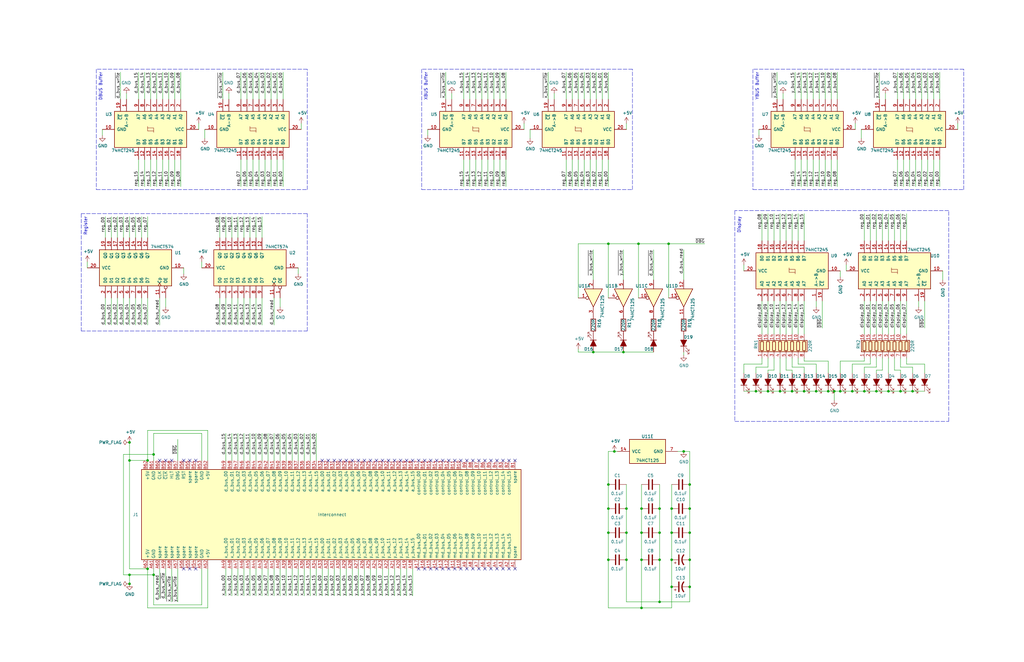
<source format=kicad_sch>
(kicad_sch (version 20211123) (generator eeschema)
  (paper "USLedger")
  (title_block (title "General Purpose Register") (date "2020-12-25") (rev "1.3") (comment 1 "Does not use CLK signal for operation"))
  (lib_symbols
    (symbol "74xx:74HCT574" (pin_names (offset 1.016))
      (property "Reference" "U" (at -7.62 16.51 0))
      (property "Value" "74HCT574" (at -7.62 -16.51 0))
      (symbol "74HCT574_1_0"
        (pin input inverted (at -12.7 -12.7 0) (length 5.08) (name "OE") (number "1"))
        (pin power_in line (at 0 -20.32 90) (length 5.08) (name "GND") (number "10"))
        (pin input clock (at -12.7 -10.16 0) (length 5.08) (name "Cp") (number "11"))
        (pin tri_state line (at 12.7 -5.08 180) (length 5.08) (name "Q7") (number "12"))
        (pin tri_state line (at 12.7 -2.54 180) (length 5.08) (name "Q6") (number "13"))
        (pin tri_state line (at 12.7 0 180) (length 5.08) (name "Q5") (number "14"))
        (pin tri_state line (at 12.7 2.54 180) (length 5.08) (name "Q4") (number "15"))
        (pin tri_state line (at 12.7 5.08 180) (length 5.08) (name "Q3") (number "16"))
        (pin tri_state line (at 12.7 7.62 180) (length 5.08) (name "Q2") (number "17"))
        (pin tri_state line (at 12.7 10.16 180) (length 5.08) (name "Q1") (number "18"))
        (pin tri_state line (at 12.7 12.7 180) (length 5.08) (name "Q0") (number "19"))
        (pin input line (at -12.7 12.7 0) (length 5.08) (name "D0") (number "2"))
        (pin power_in line (at 0 20.32 270) (length 5.08) (name "VCC") (number "20"))
        (pin input line (at -12.7 10.16 0) (length 5.08) (name "D1") (number "3"))
        (pin input line (at -12.7 7.62 0) (length 5.08) (name "D2") (number "4"))
        (pin input line (at -12.7 5.08 0) (length 5.08) (name "D3") (number "5"))
        (pin input line (at -12.7 2.54 0) (length 5.08) (name "D4") (number "6"))
        (pin input line (at -12.7 0 0) (length 5.08) (name "D5") (number "7"))
        (pin input line (at -12.7 -2.54 0) (length 5.08) (name "D6") (number "8"))
        (pin input line (at -12.7 -5.08 0) (length 5.08) (name "D7") (number "9"))
      )
    )
    (symbol "74xx:74LS125" (pin_names (offset 1.016))
      (property "Reference" "U" (at 0 1.27 0))
      (property "Value" "74LS125" (at 0 -1.27 0))
      (symbol "74LS125_1_0"
        (pin input inverted (at 0 -6.35 90) (length 4.445) (name "~") (number "1"))
        (pin input line (at -7.62 0 0) (length 3.81) (name "~") (number "2"))
        (pin tri_state line (at 7.62 0 180) (length 3.81) (name "~") (number "3"))
      )
      (symbol "74LS125_2_0"
        (pin input inverted (at 0 -6.35 90) (length 4.445) (name "~") (number "4"))
        (pin input line (at -7.62 0 0) (length 3.81) (name "~") (number "5"))
        (pin tri_state line (at 7.62 0 180) (length 3.81) (name "~") (number "6"))
      )
      (symbol "74LS125_3_0"
        (pin input inverted (at 0 -6.35 90) (length 4.445) (name "~") (number "10"))
        (pin tri_state line (at 7.62 0 180) (length 3.81) (name "~") (number "8"))
        (pin input line (at -7.62 0 0) (length 3.81) (name "~") (number "9"))
      )
      (symbol "74LS125_4_0"
        (pin tri_state line (at 7.62 0 180) (length 3.81) (name "~") (number "11"))
        (pin input line (at -7.62 0 0) (length 3.81) (name "~") (number "12"))
        (pin input inverted (at 0 -6.35 90) (length 4.445) (name "~") (number "13"))
      )
      (symbol "74LS125_5_0"
        (pin power_in line (at 0 12.7 270) (length 5.08) (name "VCC") (number "14"))
        (pin power_in line (at 0 -12.7 90) (length 5.08) (name "GND") (number "7"))
      )
    )
    (symbol "Device:C" (pin_numbers hide) (pin_names (offset 0.254))
      (property "Reference" "C" (at 0.635 2.54 0))
      (property "Value" "C" (at 0.635 -2.54 0))
      (symbol "C_1_1"
        (pin passive line (at 0 3.81 270) (length 2.794) (name "~") (number "1"))
        (pin passive line (at 0 -3.81 90) (length 2.794) (name "~") (number "2"))
      )
    )
    (symbol "Device:CP1" (pin_numbers hide) (pin_names (offset 0.254) hide)
      (property "Reference" "C" (at 0.635 2.54 0))
      (property "Value" "Device_CP1" (at 0.635 -2.54 0))
      (symbol "CP1_1_1"
        (pin passive line (at 0 3.81 270) (length 2.794) (name "~") (number "1"))
        (pin passive line (at 0 -3.81 90) (length 3.302) (name "~") (number "2"))
      )
    )
    (symbol "Device:LED_ALT" (pin_numbers hide) (pin_names (offset 1.016) hide)
      (property "Reference" "D" (at 0 2.54 0))
      (property "Value" "Device_LED_ALT" (at 0 -2.54 0))
      (symbol "LED_ALT_1_1"
        (pin passive line (at -3.81 0 0) (length 2.54) (name "K") (number "1"))
        (pin passive line (at 3.81 0 180) (length 2.54) (name "A") (number "2"))
      )
    )
    (symbol "Device:R" (pin_numbers hide) (pin_names (offset 0))
      (property "Reference" "R" (at 2.032 0 90))
      (property "Value" "R" (at 0 0 90))
      (symbol "R_1_1"
        (pin passive line (at 0 3.81 270) (length 1.27) (name "~") (number "1"))
        (pin passive line (at 0 -3.81 90) (length 1.27) (name "~") (number "2"))
      )
    )
    (symbol "Device:R_Pack08" (pin_names (offset 0) hide)
      (property "Reference" "RN" (at -12.7 0 90))
      (property "Value" "R_Pack08" (at 10.16 0 90))
      (symbol "R_Pack08_1_1"
        (pin passive line (at -10.16 -5.08 90) (length 2.54) (name "R1.1") (number "1"))
        (pin passive line (at 5.08 5.08 270) (length 2.54) (name "R7.2") (number "10"))
        (pin passive line (at 2.54 5.08 270) (length 2.54) (name "R6.2") (number "11"))
        (pin passive line (at 0 5.08 270) (length 2.54) (name "R5.2") (number "12"))
        (pin passive line (at -2.54 5.08 270) (length 2.54) (name "R4.2") (number "13"))
        (pin passive line (at -5.08 5.08 270) (length 2.54) (name "R3.2") (number "14"))
        (pin passive line (at -7.62 5.08 270) (length 2.54) (name "R2.2") (number "15"))
        (pin passive line (at -10.16 5.08 270) (length 2.54) (name "R1.2") (number "16"))
        (pin passive line (at -7.62 -5.08 90) (length 2.54) (name "R2.1") (number "2"))
        (pin passive line (at -5.08 -5.08 90) (length 2.54) (name "R3.1") (number "3"))
        (pin passive line (at -2.54 -5.08 90) (length 2.54) (name "R4.1") (number "4"))
        (pin passive line (at 0 -5.08 90) (length 2.54) (name "R5.1") (number "5"))
        (pin passive line (at 2.54 -5.08 90) (length 2.54) (name "R6.1") (number "6"))
        (pin passive line (at 5.08 -5.08 90) (length 2.54) (name "R7.1") (number "7"))
        (pin passive line (at 7.62 -5.08 90) (length 2.54) (name "R8.1") (number "8"))
        (pin passive line (at 7.62 5.08 270) (length 2.54) (name "R8.2") (number "9"))
      )
    )
    (symbol "cpu_custom_symbols:74LS245_BiDirection" (pin_names (offset 1.016))
      (property "Reference" "U" (at -7.62 16.51 0))
      (property "Value" "74LS245_BiDirection" (at -7.62 -16.51 0))
      (symbol "74LS245_BiDirection_1_0"
        (pin input line (at -12.7 -10.16 0) (length 5.08) (name "A->B") (number "1"))
        (pin power_in line (at 0 -20.32 90) (length 5.08) (name "GND") (number "10"))
        (pin bidirectional line (at 12.7 -5.08 180) (length 5.08) (name "B7") (number "11"))
        (pin bidirectional line (at 12.7 -2.54 180) (length 5.08) (name "B6") (number "12"))
        (pin bidirectional line (at 12.7 0 180) (length 5.08) (name "B5") (number "13"))
        (pin bidirectional line (at 12.7 2.54 180) (length 5.08) (name "B4") (number "14"))
        (pin bidirectional line (at 12.7 5.08 180) (length 5.08) (name "B3") (number "15"))
        (pin bidirectional line (at 12.7 7.62 180) (length 5.08) (name "B2") (number "16"))
        (pin bidirectional line (at 12.7 10.16 180) (length 5.08) (name "B1") (number "17"))
        (pin bidirectional line (at 12.7 12.7 180) (length 5.08) (name "B0") (number "18"))
        (pin input line (at -12.7 -12.7 0) (length 5.08) (name "~{CE}") (number "19"))
        (pin bidirectional line (at -12.7 12.7 0) (length 5.08) (name "A0") (number "2"))
        (pin power_in line (at 0 20.32 270) (length 5.08) (name "VCC") (number "20"))
        (pin bidirectional line (at -12.7 10.16 0) (length 5.08) (name "A1") (number "3"))
        (pin bidirectional line (at -12.7 7.62 0) (length 5.08) (name "A2") (number "4"))
        (pin bidirectional line (at -12.7 5.08 0) (length 5.08) (name "A3") (number "5"))
        (pin bidirectional line (at -12.7 2.54 0) (length 5.08) (name "A4") (number "6"))
        (pin bidirectional line (at -12.7 0 0) (length 5.08) (name "A5") (number "7"))
        (pin bidirectional line (at -12.7 -2.54 0) (length 5.08) (name "A6") (number "8"))
        (pin bidirectional line (at -12.7 -5.08 0) (length 5.08) (name "A7") (number "9"))
      )
    )
    (symbol "cpu_custom_symbols:Bus_PCI_32bit_5V"
      (property "Reference" "J" (at 0 80.01 0))
      (property "Value" "Bus_PCI_32bit_5V" (at 0 -82.55 0))
      (symbol "Bus_PCI_32bit_5V_1_1"
        (pin passive line (at 22.86 76.2 180) (length 3.81) (name "spare") (number "A1"))
        (pin passive line (at 22.86 53.34 180) (length 3.81) (name "md_bus_07") (number "A10"))
        (pin passive line (at 22.86 50.8 180) (length 3.81) (name "md_bus_06") (number "A11"))
        (pin passive line (at 22.86 48.26 180) (length 3.81) (name "md_bus_05") (number "A12"))
        (pin passive line (at 22.86 45.72 180) (length 3.81) (name "md_bus_04") (number "A13"))
        (pin passive line (at 22.86 43.18 180) (length 3.81) (name "md_bus_03") (number "A14"))
        (pin passive line (at 22.86 40.64 180) (length 3.81) (name "md_bus_02") (number "A15"))
        (pin passive line (at 22.86 38.1 180) (length 3.81) (name "md_bus_01") (number "A16"))
        (pin passive line (at 22.86 35.56 180) (length 3.81) (name "md_bus_00") (number "A17"))
        (pin passive line (at 22.86 33.02 180) (length 3.81) (name "y_bus_15") (number "A18"))
        (pin passive line (at 22.86 30.48 180) (length 3.81) (name "y_bus_14") (number "A19"))
        (pin passive line (at 22.86 73.66 180) (length 3.81) (name "md_bus_15") (number "A2"))
        (pin passive line (at 22.86 27.94 180) (length 3.81) (name "y_bus_13") (number "A20"))
        (pin passive line (at 22.86 25.4 180) (length 3.81) (name "y_bus_12") (number "A21"))
        (pin passive line (at 22.86 22.86 180) (length 3.81) (name "y_bus_11") (number "A22"))
        (pin passive line (at 22.86 20.32 180) (length 3.81) (name "y_bus_10") (number "A23"))
        (pin passive line (at 22.86 17.78 180) (length 3.81) (name "y_bus_09") (number "A24"))
        (pin passive line (at 22.86 15.24 180) (length 3.81) (name "y_bus_08") (number "A25"))
        (pin passive line (at 22.86 12.7 180) (length 3.81) (name "y_bus_07") (number "A26"))
        (pin passive line (at 22.86 10.16 180) (length 3.81) (name "y_bus_06") (number "A27"))
        (pin passive line (at 22.86 7.62 180) (length 3.81) (name "y_bus_05") (number "A28"))
        (pin passive line (at 22.86 5.08 180) (length 3.81) (name "y_bus_04") (number "A29"))
        (pin passive line (at 22.86 71.12 180) (length 3.81) (name "md_bus_14") (number "A3"))
        (pin passive line (at 22.86 2.54 180) (length 3.81) (name "y_bus_03") (number "A30"))
        (pin passive line (at 22.86 0 180) (length 3.81) (name "y_bus_02") (number "A31"))
        (pin passive line (at 22.86 -2.54 180) (length 3.81) (name "y_bus_01") (number "A32"))
        (pin passive line (at 22.86 -5.08 180) (length 3.81) (name "y_bus_00") (number "A33"))
        (pin passive line (at 22.86 -7.62 180) (length 3.81) (name "x_bus_15") (number "A34"))
        (pin passive line (at 22.86 -10.16 180) (length 3.81) (name "x_bus_14") (number "A35"))
        (pin passive line (at 22.86 -12.7 180) (length 3.81) (name "x_bus_13") (number "A36"))
        (pin passive line (at 22.86 -15.24 180) (length 3.81) (name "x_bus_12") (number "A37"))
        (pin passive line (at 22.86 -17.78 180) (length 3.81) (name "x_bus_11") (number "A38"))
        (pin passive line (at 22.86 -20.32 180) (length 3.81) (name "x_bus_10") (number "A39"))
        (pin passive line (at 22.86 68.58 180) (length 3.81) (name "md_bus_13") (number "A4"))
        (pin passive line (at 22.86 -22.86 180) (length 3.81) (name "x_bus_09") (number "A40"))
        (pin passive line (at 22.86 -25.4 180) (length 3.81) (name "x_bus_08") (number "A41"))
        (pin passive line (at 22.86 -27.94 180) (length 3.81) (name "x_bus_07") (number "A42"))
        (pin passive line (at 22.86 -30.48 180) (length 3.81) (name "x_bus_06") (number "A43"))
        (pin passive line (at 22.86 -33.02 180) (length 3.81) (name "x_bus_05") (number "A44"))
        (pin passive line (at 22.86 -35.56 180) (length 3.81) (name "x_bus_04") (number "A45"))
        (pin passive line (at 22.86 -38.1 180) (length 3.81) (name "x_bus_03") (number "A46"))
        (pin passive line (at 22.86 -40.64 180) (length 3.81) (name "x_bus_02") (number "A47"))
        (pin passive line (at 22.86 -43.18 180) (length 3.81) (name "x_bus_01") (number "A48"))
        (pin passive line (at 22.86 -45.72 180) (length 3.81) (name "x_bus_00") (number "A49"))
        (pin passive line (at 22.86 66.04 180) (length 3.81) (name "md_bus_12") (number "A5"))
        (pin passive line (at 22.86 -53.34 180) (length 3.81) (name "+5V") (number "A52"))
        (pin passive line (at 22.86 -55.88 180) (length 3.81) (name "GND") (number "A53"))
        (pin passive line (at 22.86 -58.42 180) (length 3.81) (name "spare") (number "A54"))
        (pin passive line (at 22.86 -60.96 180) (length 3.81) (name "spare") (number "A55"))
        (pin passive line (at 22.86 -63.5 180) (length 3.81) (name "spare") (number "A56"))
        (pin passive line (at 22.86 -66.04 180) (length 3.81) (name "spare") (number "A57"))
        (pin passive line (at 22.86 -68.58 180) (length 3.81) (name "spare") (number "A58"))
        (pin passive line (at 22.86 -71.12 180) (length 3.81) (name "spare") (number "A59"))
        (pin passive line (at 22.86 63.5 180) (length 3.81) (name "md_bus_11") (number "A6"))
        (pin passive line (at 22.86 -73.66 180) (length 3.81) (name "spare") (number "A60"))
        (pin passive line (at 22.86 -76.2 180) (length 3.81) (name "GND") (number "A61"))
        (pin passive line (at 22.86 -78.74 180) (length 3.81) (name "+5V") (number "A62"))
        (pin passive line (at 22.86 60.96 180) (length 3.81) (name "md_bus_10") (number "A7"))
        (pin passive line (at 22.86 58.42 180) (length 3.81) (name "md_bus_09") (number "A8"))
        (pin passive line (at 22.86 55.88 180) (length 3.81) (name "md_bus_08") (number "A9"))
        (pin passive line (at -22.86 76.2 0) (length 3.81) (name "spare") (number "B1"))
        (pin passive line (at -22.86 53.34 0) (length 3.81) (name "control_07") (number "B10"))
        (pin passive line (at -22.86 50.8 0) (length 3.81) (name "control_06") (number "B11"))
        (pin passive line (at -22.86 48.26 0) (length 3.81) (name "control_05") (number "B12"))
        (pin passive line (at -22.86 45.72 0) (length 3.81) (name "control_04") (number "B13"))
        (pin passive line (at -22.86 43.18 0) (length 3.81) (name "control_03") (number "B14"))
        (pin passive line (at -22.86 40.64 0) (length 3.81) (name "control_02") (number "B15"))
        (pin passive line (at -22.86 38.1 0) (length 3.81) (name "control_01") (number "B16"))
        (pin passive line (at -22.86 35.56 0) (length 3.81) (name "control_00") (number "B17"))
        (pin passive line (at -22.86 33.02 0) (length 3.81) (name "a_bus_15") (number "B18"))
        (pin passive line (at -22.86 30.48 0) (length 3.81) (name "a_bus_14") (number "B19"))
        (pin passive line (at -22.86 73.66 0) (length 3.81) (name "control_15") (number "B2"))
        (pin passive line (at -22.86 27.94 0) (length 3.81) (name "a_bus_13") (number "B20"))
        (pin passive line (at -22.86 25.4 0) (length 3.81) (name "a_bus_12") (number "B21"))
        (pin passive line (at -22.86 22.86 0) (length 3.81) (name "a_bus_11") (number "B22"))
        (pin passive line (at -22.86 20.32 0) (length 3.81) (name "a_bus_10") (number "B23"))
        (pin passive line (at -22.86 17.78 0) (length 3.81) (name "a_bus_09") (number "B24"))
        (pin passive line (at -22.86 15.24 0) (length 3.81) (name "a_bus_08") (number "B25"))
        (pin passive line (at -22.86 12.7 0) (length 3.81) (name "a_bus_07") (number "B26"))
        (pin passive line (at -22.86 10.16 0) (length 3.81) (name "a_bus_06") (number "B27"))
        (pin passive line (at -22.86 7.62 0) (length 3.81) (name "a_bus_05") (number "B28"))
        (pin passive line (at -22.86 5.08 0) (length 3.81) (name "a_bus_04") (number "B29"))
        (pin passive line (at -22.86 71.12 0) (length 3.81) (name "control_14") (number "B3"))
        (pin passive line (at -22.86 2.54 0) (length 3.81) (name "a_bus_03") (number "B30"))
        (pin passive line (at -22.86 0 0) (length 3.81) (name "a_bus_02") (number "B31"))
        (pin passive line (at -22.86 -2.54 0) (length 3.81) (name "a_bus_01") (number "B32"))
        (pin passive line (at -22.86 -5.08 0) (length 3.81) (name "a_bus_00") (number "B33"))
        (pin passive line (at -22.86 -7.62 0) (length 3.81) (name "d_bus_15") (number "B34"))
        (pin passive line (at -22.86 -10.16 0) (length 3.81) (name "d_bus_14") (number "B35"))
        (pin passive line (at -22.86 -12.7 0) (length 3.81) (name "d_bus_13") (number "B36"))
        (pin passive line (at -22.86 -15.24 0) (length 3.81) (name "d_bus_12") (number "B37"))
        (pin passive line (at -22.86 -17.78 0) (length 3.81) (name "d_bus_11") (number "B38"))
        (pin passive line (at -22.86 -20.32 0) (length 3.81) (name "d_bus_10") (number "B39"))
        (pin passive line (at -22.86 68.58 0) (length 3.81) (name "control_13") (number "B4"))
        (pin passive line (at -22.86 -22.86 0) (length 3.81) (name "d_bus_09") (number "B40"))
        (pin passive line (at -22.86 -25.4 0) (length 3.81) (name "d_bus_08") (number "B41"))
        (pin passive line (at -22.86 -27.94 0) (length 3.81) (name "d_bus_07") (number "B42"))
        (pin passive line (at -22.86 -30.48 0) (length 3.81) (name "d_bus_06") (number "B43"))
        (pin passive line (at -22.86 -33.02 0) (length 3.81) (name "d_bus_05") (number "B44"))
        (pin passive line (at -22.86 -35.56 0) (length 3.81) (name "d_bus_04") (number "B45"))
        (pin passive line (at -22.86 -38.1 0) (length 3.81) (name "d_bus_03") (number "B46"))
        (pin passive line (at -22.86 -40.64 0) (length 3.81) (name "d_bus_02") (number "B47"))
        (pin passive line (at -22.86 -43.18 0) (length 3.81) (name "d_bus_01") (number "B48"))
        (pin passive line (at -22.86 -45.72 0) (length 3.81) (name "d_bus_00") (number "B49"))
        (pin passive line (at -22.86 66.04 0) (length 3.81) (name "control_12") (number "B5"))
        (pin passive line (at -22.86 -53.34 0) (length 3.81) (name "+5V") (number "B52"))
        (pin passive line (at -22.86 -55.88 0) (length 3.81) (name "GND") (number "B53"))
        (pin passive line (at -22.86 -58.42 0) (length 3.81) (name "spare") (number "B54"))
        (pin passive line (at -22.86 -60.96 0) (length 3.81) (name "spare") (number "B55"))
        (pin passive line (at -22.86 -63.5 0) (length 3.81) (name "RST") (number "B56"))
        (pin passive line (at -22.86 -66.04 0) (length 3.81) (name "DBG") (number "B57"))
        (pin passive line (at -22.86 -68.58 0) (length 3.81) (name "HLT") (number "B58"))
        (pin passive line (at -22.86 -71.12 0) (length 3.81) (name "~{CLK}") (number "B59"))
        (pin passive line (at -22.86 63.5 0) (length 3.81) (name "control_11") (number "B6"))
        (pin passive line (at -22.86 -73.66 0) (length 3.81) (name "CLK") (number "B60"))
        (pin passive line (at -22.86 -76.2 0) (length 3.81) (name "GND") (number "B61"))
        (pin passive line (at -22.86 -78.74 0) (length 3.81) (name "+5V") (number "B62"))
        (pin passive line (at -22.86 60.96 0) (length 3.81) (name "control_10") (number "B7"))
        (pin passive line (at -22.86 58.42 0) (length 3.81) (name "control_09") (number "B8"))
        (pin passive line (at -22.86 55.88 0) (length 3.81) (name "control_08") (number "B9"))
      )
    )
    (symbol "power:+5V" (power) (pin_names (offset 0))
      (property "Value" "+5V" (at 0 3.556 0))
      (symbol "+5V_1_1"
        (pin power_in line (at 0 0 90) (length 0) hide (name "+5V") (number "1"))
      )
    )
    (symbol "power:GND" (power) (pin_names (offset 0))
      (property "Value" "GND" (at 0 -3.81 0))
      (symbol "GND_1_1"
        (pin power_in line (at 0 0 270) (length 0) hide (name "GND") (number "1"))
      )
    )
    (symbol "power:PWR_FLAG" (power) (pin_numbers hide) (pin_names (offset 0) hide)
      (property "Value" "PWR_FLAG" (at 0 3.81 0))
      (symbol "PWR_FLAG_0_0"
        (pin power_out line (at 0 0 90) (length 0) (name "pwr") (number "1"))
      )
    )
  )
  (junction (at 256.54 102.87))
  (junction (at 290.83 247.65))
  (junction (at 270.51 224.79))
  (junction (at 256.54 204.47))
  (junction (at 264.16 214.63))
  (junction (at 323.85 165.1))
  (junction (at 349.25 165.1))
  (junction (at 62.23 194.31))
  (junction (at 278.13 214.63))
  (junction (at 379.73 165.1))
  (junction (at 281.94 102.87))
  (junction (at 270.51 236.22))
  (junction (at 334.01 165.1))
  (junction (at 270.51 214.63))
  (junction (at 344.17 165.1))
  (junction (at 318.77 165.1))
  (junction (at 250.19 148.59))
  (junction (at 54.61 186.69))
  (junction (at 290.83 224.79))
  (junction (at 283.21 214.63))
  (junction (at 328.93 165.1))
  (junction (at 359.41 165.1))
  (junction (at 64.77 242.57))
  (junction (at 278.13 254))
  (junction (at 384.81 165.1))
  (junction (at 54.61 242.57))
  (junction (at 64.77 191.77))
  (junction (at 264.16 236.22))
  (junction (at 256.54 224.79))
  (junction (at 374.65 165.1))
  (junction (at 369.57 165.1))
  (junction (at 290.83 204.47))
  (junction (at 288.29 190.5))
  (junction (at 290.83 214.63))
  (junction (at 269.24 102.87))
  (junction (at 278.13 236.22))
  (junction (at 270.51 256.54))
  (junction (at 351.79 165.1))
  (junction (at 256.54 214.63))
  (junction (at 278.13 224.79))
  (junction (at 264.16 224.79))
  (junction (at 354.33 165.1))
  (junction (at 290.83 236.22))
  (junction (at 283.21 247.65))
  (junction (at 54.61 194.31))
  (junction (at 283.21 224.79))
  (junction (at 259.08 190.5))
  (junction (at 62.23 240.03))
  (junction (at 54.61 246.38))
  (junction (at 262.89 148.59))
  (junction (at 283.21 236.22))
  (junction (at 339.09 165.1))
  (junction (at 364.49 165.1))
  (junction (at 256.54 236.22))
  (no_connect (at 217.17 194.31))
  (no_connect (at 214.63 194.31))
  (no_connect (at 214.63 240.03))
  (no_connect (at 72.39 194.31))
  (no_connect (at 143.51 194.31))
  (no_connect (at 163.83 194.31))
  (no_connect (at 135.89 194.31))
  (no_connect (at 189.23 194.31))
  (no_connect (at 201.93 240.03))
  (no_connect (at 181.61 240.03))
  (no_connect (at 140.97 194.31))
  (no_connect (at 194.31 240.03))
  (no_connect (at 171.45 194.31))
  (no_connect (at 151.13 194.31))
  (no_connect (at 181.61 194.31))
  (no_connect (at 199.39 240.03))
  (no_connect (at 148.59 194.31))
  (no_connect (at 77.47 194.31))
  (no_connect (at 173.99 194.31))
  (no_connect (at 212.09 194.31))
  (no_connect (at 82.55 194.31))
  (no_connect (at 207.01 240.03))
  (no_connect (at 80.01 194.31))
  (no_connect (at 176.53 240.03))
  (no_connect (at 191.77 240.03))
  (no_connect (at 176.53 194.31))
  (no_connect (at 146.05 194.31))
  (no_connect (at 196.85 194.31))
  (no_connect (at 194.31 194.31))
  (no_connect (at 209.55 194.31))
  (no_connect (at 179.07 240.03))
  (no_connect (at 191.77 194.31))
  (no_connect (at 67.31 194.31))
  (no_connect (at 168.91 194.31))
  (no_connect (at 217.17 240.03))
  (no_connect (at 179.07 194.31))
  (no_connect (at 184.15 194.31))
  (no_connect (at 80.01 240.03))
  (no_connect (at 166.37 194.31))
  (no_connect (at 212.09 240.03))
  (no_connect (at 204.47 240.03))
  (no_connect (at 209.55 240.03))
  (no_connect (at 207.01 194.31))
  (no_connect (at 69.85 194.31))
  (no_connect (at 204.47 194.31))
  (no_connect (at 201.93 194.31))
  (no_connect (at 186.69 240.03))
  (no_connect (at 186.69 194.31))
  (no_connect (at 153.67 194.31))
  (no_connect (at 82.55 240.03))
  (no_connect (at 156.21 194.31))
  (no_connect (at 196.85 240.03))
  (no_connect (at 138.43 194.31))
  (no_connect (at 199.39 194.31))
  (no_connect (at 161.29 194.31))
  (no_connect (at 158.75 194.31))
  (no_connect (at 77.47 240.03))
  (no_connect (at 184.15 240.03))
  (no_connect (at 189.23 240.03))
  (wire (pts (xy 119.38 41.91) (xy 119.38 30.48)))
  (wire (pts (xy 223.52 58.42) (xy 223.52 54.61)))
  (wire (pts (xy 187.96 41.91) (xy 187.96 30.48)))
  (wire (pts (xy 379.73 127) (xy 379.73 140.97)))
  (wire (pts (xy 381 67.31) (xy 381 78.74)))
  (wire (pts (xy 69.85 129.54) (xy 69.85 125.73)))
  (wire (pts (xy 337.82 67.31) (xy 337.82 78.74)))
  (wire (pts (xy 128.27 194.31) (xy 128.27 182.88)))
  (wire (pts (xy 374.65 165.1) (xy 379.73 165.1)))
  (wire (pts (xy 54.61 100.33) (xy 54.61 91.44)))
  (wire (pts (xy 163.83 240.03) (xy 163.83 251.46)))
  (wire (pts (xy 115.57 194.31) (xy 115.57 182.88)))
  (wire (pts (xy 281.94 125.73) (xy 281.94 102.87)))
  (wire (pts (xy 388.62 67.31) (xy 388.62 78.74)))
  (wire (pts (xy 100.33 240.03) (xy 100.33 251.46)))
  (wire (pts (xy 270.51 256.54) (xy 283.21 256.54)))
  (wire (pts (xy 260.35 190.5) (xy 259.08 190.5)))
  (wire (pts (xy 130.81 240.03) (xy 130.81 251.46)))
  (wire (pts (xy 340.36 67.31) (xy 340.36 78.74)))
  (wire (pts (xy 95.25 125.73) (xy 95.25 137.16)))
  (wire (pts (xy 331.47 127) (xy 331.47 140.97)))
  (wire (pts (xy 320.04 57.15) (xy 320.04 54.61)))
  (wire (pts (xy 345.44 67.31) (xy 345.44 78.74)))
  (wire (pts (xy 111.76 41.91) (xy 111.76 30.48)))
  (wire (pts (xy 96.52 39.37) (xy 96.52 41.91)))
  (wire (pts (xy 210.82 67.31) (xy 210.82 78.74)))
  (wire (pts (xy 102.87 240.03) (xy 102.87 251.46)))
  (wire (pts (xy 101.6 41.91) (xy 101.6 30.48)))
  (wire (pts (xy 323.85 151.13) (xy 323.85 154.94)))
  (wire (pts (xy 270.51 204.47) (xy 270.51 214.63)))
  (polyline (pts (xy 266.7 29.21) (xy 177.8 29.21)))
  (wire (pts (xy 107.95 125.73) (xy 107.95 137.16)))
  (wire (pts (xy 326.39 156.21) (xy 323.85 156.21)))
  (wire (pts (xy 339.09 154.94) (xy 334.01 154.94)))
  (wire (pts (xy 248.92 41.91) (xy 248.92 30.48)))
  (wire (pts (xy 63.5 41.91) (xy 63.5 30.48)))
  (wire (pts (xy 321.31 127) (xy 321.31 140.97)))
  (wire (pts (xy 205.74 67.31) (xy 205.74 78.74)))
  (polyline (pts (xy 400.05 177.8) (xy 400.05 88.9)))
  (wire (pts (xy 356.87 111.76) (xy 356.87 114.3)))
  (wire (pts (xy 116.84 41.91) (xy 116.84 30.48)))
  (wire (pts (xy 331.47 101.6) (xy 331.47 90.17)))
  (wire (pts (xy 377.19 151.13) (xy 377.19 156.21)))
  (wire (pts (xy 382.27 153.67) (xy 382.27 151.13)))
  (wire (pts (xy 264.16 254) (xy 264.16 236.22)))
  (wire (pts (xy 118.11 194.31) (xy 118.11 182.88)))
  (wire (pts (xy 105.41 100.33) (xy 105.41 91.44)))
  (wire (pts (xy 340.36 41.91) (xy 340.36 30.48)))
  (wire (pts (xy 58.42 41.91) (xy 58.42 30.48)))
  (wire (pts (xy 52.07 125.73) (xy 52.07 137.16)))
  (wire (pts (xy 377.19 101.6) (xy 377.19 90.17)))
  (wire (pts (xy 278.13 236.22) (xy 278.13 254)))
  (wire (pts (xy 393.7 41.91) (xy 393.7 30.48)))
  (wire (pts (xy 113.03 240.03) (xy 113.03 251.46)))
  (wire (pts (xy 46.99 100.33) (xy 46.99 91.44)))
  (wire (pts (xy 354.33 165.1) (xy 359.41 165.1)))
  (wire (pts (xy 203.2 67.31) (xy 203.2 78.74)))
  (wire (pts (xy 328.93 101.6) (xy 328.93 90.17)))
  (wire (pts (xy 123.19 194.31) (xy 123.19 182.88)))
  (wire (pts (xy 379.73 151.13) (xy 379.73 154.94)))
  (wire (pts (xy 143.51 240.03) (xy 143.51 251.46)))
  (wire (pts (xy 326.39 151.13) (xy 326.39 156.21)))
  (wire (pts (xy 374.65 101.6) (xy 374.65 90.17)))
  (wire (pts (xy 76.2 67.31) (xy 76.2 78.74)))
  (wire (pts (xy 264.16 52.07) (xy 264.16 54.61)))
  (wire (pts (xy 246.38 41.91) (xy 246.38 30.48)))
  (wire (pts (xy 85.09 110.49) (xy 85.09 113.03)))
  (wire (pts (xy 161.29 240.03) (xy 161.29 251.46)))
  (wire (pts (xy 328.93 151.13) (xy 328.93 157.48)))
  (wire (pts (xy 364.49 101.6) (xy 364.49 90.17)))
  (wire (pts (xy 114.3 67.31) (xy 114.3 78.74)))
  (wire (pts (xy 118.11 240.03) (xy 118.11 251.46)))
  (wire (pts (xy 44.45 125.73) (xy 44.45 137.16)))
  (wire (pts (xy 43.18 57.15) (xy 43.18 54.61)))
  (wire (pts (xy 54.61 194.31) (xy 54.61 186.69)))
  (wire (pts (xy 62.23 100.33) (xy 62.23 91.44)))
  (wire (pts (xy 107.95 240.03) (xy 107.95 251.46)))
  (wire (pts (xy 59.69 100.33) (xy 59.69 91.44)))
  (wire (pts (xy 86.36 58.42) (xy 86.36 54.61)))
  (wire (pts (xy 250.19 148.59) (xy 243.84 148.59)))
  (wire (pts (xy 350.52 41.91) (xy 350.52 30.48)))
  (wire (pts (xy 54.61 240.03) (xy 62.23 240.03)))
  (wire (pts (xy 264.16 214.63) (xy 264.16 204.47)))
  (wire (pts (xy 339.09 101.6) (xy 339.09 90.17)))
  (wire (pts (xy 369.57 127) (xy 369.57 140.97)))
  (wire (pts (xy 378.46 67.31) (xy 378.46 78.74)))
  (wire (pts (xy 386.08 41.91) (xy 386.08 30.48)))
  (wire (pts (xy 339.09 127) (xy 339.09 140.97)))
  (wire (pts (xy 262.89 118.11) (xy 262.89 105.41)))
  (wire (pts (xy 104.14 67.31) (xy 104.14 78.74)))
  (wire (pts (xy 52.07 242.57) (xy 52.07 191.77)))
  (wire (pts (xy 288.29 105.41) (xy 288.29 118.11)))
  (wire (pts (xy 288.29 148.59) (xy 288.29 149.86)))
  (wire (pts (xy 64.77 242.57) (xy 54.61 242.57)))
  (wire (pts (xy 64.77 191.77) (xy 64.77 194.31)))
  (wire (pts (xy 231.14 41.91) (xy 231.14 30.48)))
  (wire (pts (xy 334.01 127) (xy 334.01 140.97)))
  (wire (pts (xy 283.21 247.65) (xy 283.21 256.54)))
  (wire (pts (xy 334.01 151.13) (xy 334.01 154.94)))
  (polyline (pts (xy 177.8 80.01) (xy 266.7 80.01)))
  (wire (pts (xy 77.47 115.57) (xy 77.47 113.03)))
  (wire (pts (xy 63.5 67.31) (xy 63.5 78.74)))
  (wire (pts (xy 334.01 165.1) (xy 339.09 165.1)))
  (wire (pts (xy 243.84 148.59) (xy 243.84 147.32)))
  (wire (pts (xy 241.3 41.91) (xy 241.3 30.48)))
  (wire (pts (xy 87.63 194.31) (xy 87.63 181.61)))
  (wire (pts (xy 250.19 118.11) (xy 250.19 105.41)))
  (wire (pts (xy 278.13 214.63) (xy 278.13 224.79)))
  (wire (pts (xy 62.23 194.31) (xy 54.61 194.31)))
  (polyline (pts (xy 40.64 80.01) (xy 129.54 80.01)))
  (wire (pts (xy 208.28 41.91) (xy 208.28 30.48)))
  (wire (pts (xy 326.39 127) (xy 326.39 140.97)))
  (wire (pts (xy 384.81 165.1) (xy 389.89 165.1)))
  (wire (pts (xy 46.99 125.73) (xy 46.99 137.16)))
  (wire (pts (xy 254 67.31) (xy 254 78.74)))
  (wire (pts (xy 102.87 100.33) (xy 102.87 91.44)))
  (wire (pts (xy 367.03 127) (xy 367.03 140.97)))
  (wire (pts (xy 118.11 129.54) (xy 118.11 125.73)))
  (wire (pts (xy 359.41 165.1) (xy 364.49 165.1)))
  (wire (pts (xy 259.08 190.5) (xy 256.54 190.5)))
  (wire (pts (xy 313.69 157.48) (xy 313.69 153.67)))
  (wire (pts (xy 120.65 194.31) (xy 120.65 182.88)))
  (wire (pts (xy 73.66 67.31) (xy 73.66 78.74)))
  (wire (pts (xy 208.28 67.31) (xy 208.28 78.74)))
  (wire (pts (xy 57.15 100.33) (xy 57.15 91.44)))
  (wire (pts (xy 62.23 256.54) (xy 62.23 240.03)))
  (wire (pts (xy 372.11 127) (xy 372.11 140.97)))
  (wire (pts (xy 256.54 190.5) (xy 256.54 204.47)))
  (wire (pts (xy 140.97 240.03) (xy 140.97 251.46)))
  (wire (pts (xy 344.17 129.54) (xy 344.17 127)))
  (wire (pts (xy 83.82 52.07) (xy 83.82 54.61)))
  (wire (pts (xy 151.13 240.03) (xy 151.13 251.46)))
  (wire (pts (xy 243.84 67.31) (xy 243.84 78.74)))
  (wire (pts (xy 64.77 182.88) (xy 64.77 191.77)))
  (wire (pts (xy 198.12 41.91) (xy 198.12 30.48)))
  (wire (pts (xy 68.58 41.91) (xy 68.58 30.48)))
  (wire (pts (xy 283.21 236.22) (xy 283.21 247.65)))
  (wire (pts (xy 113.03 194.31) (xy 113.03 182.88)))
  (wire (pts (xy 377.19 127) (xy 377.19 140.97)))
  (polyline (pts (xy 34.29 90.17) (xy 34.29 139.7)))
  (polyline (pts (xy 309.88 177.8) (xy 400.05 177.8)))
  (wire (pts (xy 313.69 111.76) (xy 313.69 114.3)))
  (wire (pts (xy 74.93 240.03) (xy 74.93 254)))
  (wire (pts (xy 334.01 101.6) (xy 334.01 90.17)))
  (wire (pts (xy 270.51 214.63) (xy 270.51 224.79)))
  (wire (pts (xy 49.53 125.73) (xy 49.53 137.16)))
  (polyline (pts (xy 129.54 90.17) (xy 34.29 90.17)))
  (wire (pts (xy 250.19 148.59) (xy 262.89 148.59)))
  (wire (pts (xy 133.35 240.03) (xy 133.35 251.46)))
  (wire (pts (xy 105.41 125.73) (xy 105.41 137.16)))
  (wire (pts (xy 354.33 116.84) (xy 354.33 114.3)))
  (wire (pts (xy 105.41 240.03) (xy 105.41 251.46)))
  (wire (pts (xy 241.3 67.31) (xy 241.3 78.74)))
  (wire (pts (xy 264.16 236.22) (xy 264.16 224.79)))
  (wire (pts (xy 49.53 100.33) (xy 49.53 91.44)))
  (wire (pts (xy 278.13 204.47) (xy 278.13 214.63)))
  (wire (pts (xy 336.55 101.6) (xy 336.55 90.17)))
  (wire (pts (xy 283.21 214.63) (xy 283.21 224.79)))
  (wire (pts (xy 403.86 52.07) (xy 403.86 54.61)))
  (wire (pts (xy 270.51 256.54) (xy 256.54 256.54)))
  (wire (pts (xy 339.09 165.1) (xy 344.17 165.1)))
  (wire (pts (xy 290.83 204.47) (xy 290.83 214.63)))
  (wire (pts (xy 116.84 67.31) (xy 116.84 78.74)))
  (wire (pts (xy 372.11 101.6) (xy 372.11 90.17)))
  (wire (pts (xy 107.95 194.31) (xy 107.95 182.88)))
  (wire (pts (xy 68.58 67.31) (xy 68.58 78.74)))
  (wire (pts (xy 349.25 152.4) (xy 349.25 157.48)))
  (wire (pts (xy 97.79 240.03) (xy 97.79 251.46)))
  (wire (pts (xy 104.14 41.91) (xy 104.14 30.48)))
  (wire (pts (xy 44.45 100.33) (xy 44.45 91.44)))
  (wire (pts (xy 369.57 165.1) (xy 374.65 165.1)))
  (wire (pts (xy 106.68 41.91) (xy 106.68 30.48)))
  (wire (pts (xy 323.85 127) (xy 323.85 140.97)))
  (wire (pts (xy 66.04 67.31) (xy 66.04 78.74)))
  (wire (pts (xy 270.51 236.22) (xy 270.51 256.54)))
  (polyline (pts (xy 40.64 29.21) (xy 40.64 80.01)))
  (wire (pts (xy 283.21 224.79) (xy 283.21 236.22)))
  (wire (pts (xy 102.87 194.31) (xy 102.87 182.88)))
  (wire (pts (xy 347.98 41.91) (xy 347.98 30.48)))
  (wire (pts (xy 87.63 181.61) (xy 62.23 181.61)))
  (wire (pts (xy 323.85 165.1) (xy 328.93 165.1)))
  (wire (pts (xy 384.81 154.94) (xy 379.73 154.94)))
  (wire (pts (xy 363.22 58.42) (xy 363.22 54.61)))
  (wire (pts (xy 396.24 67.31) (xy 396.24 78.74)))
  (wire (pts (xy 233.68 39.37) (xy 233.68 41.91)))
  (wire (pts (xy 391.16 67.31) (xy 391.16 78.74)))
  (polyline (pts (xy 129.54 80.01) (xy 129.54 29.21)))
  (wire (pts (xy 342.9 41.91) (xy 342.9 30.48)))
  (polyline (pts (xy 317.5 29.21) (xy 317.5 80.01)))
  (wire (pts (xy 166.37 240.03) (xy 166.37 251.46)))
  (wire (pts (xy 248.92 67.31) (xy 248.92 78.74)))
  (wire (pts (xy 64.77 255.27) (xy 64.77 242.57)))
  (wire (pts (xy 54.61 242.57) (xy 52.07 242.57)))
  (wire (pts (xy 127 52.07) (xy 127 54.61)))
  (wire (pts (xy 336.55 127) (xy 336.55 140.97)))
  (wire (pts (xy 389.89 157.48) (xy 389.89 153.67)))
  (polyline (pts (xy 400.05 88.9) (xy 309.88 88.9)))
  (wire (pts (xy 379.73 165.1) (xy 384.81 165.1)))
  (wire (pts (xy 278.13 224.79) (xy 278.13 236.22)))
  (wire (pts (xy 313.69 165.1) (xy 318.77 165.1)))
  (wire (pts (xy 64.77 240.03) (xy 64.77 242.57)))
  (wire (pts (xy 148.59 240.03) (xy 148.59 251.46)))
  (wire (pts (xy 328.93 127) (xy 328.93 140.97)))
  (wire (pts (xy 334.01 157.48) (xy 334.01 156.21)))
  (wire (pts (xy 256.54 236.22) (xy 256.54 256.54)))
  (wire (pts (xy 269.24 102.87) (xy 269.24 125.73)))
  (wire (pts (xy 95.25 100.33) (xy 95.25 91.44)))
  (wire (pts (xy 130.81 194.31) (xy 130.81 182.88)))
  (wire (pts (xy 281.94 102.87) (xy 297.18 102.87)))
  (wire (pts (xy 360.68 52.07) (xy 360.68 54.61)))
  (wire (pts (xy 54.61 125.73) (xy 54.61 137.16)))
  (wire (pts (xy 106.68 67.31) (xy 106.68 78.74)))
  (wire (pts (xy 92.71 100.33) (xy 92.71 91.44)))
  (wire (pts (xy 85.09 240.03) (xy 85.09 255.27)))
  (wire (pts (xy 342.9 67.31) (xy 342.9 78.74)))
  (wire (pts (xy 52.07 100.33) (xy 52.07 91.44)))
  (wire (pts (xy 351.79 165.1) (xy 351.79 168.91)))
  (wire (pts (xy 100.33 194.31) (xy 100.33 182.88)))
  (wire (pts (xy 54.61 242.57) (xy 54.61 246.38)))
  (wire (pts (xy 135.89 240.03) (xy 135.89 251.46)))
  (wire (pts (xy 389.89 153.67) (xy 382.27 153.67)))
  (wire (pts (xy 381 41.91) (xy 381 30.48)))
  (wire (pts (xy 107.95 100.33) (xy 107.95 91.44)))
  (wire (pts (xy 110.49 194.31) (xy 110.49 182.88)))
  (wire (pts (xy 269.24 102.87) (xy 256.54 102.87)))
  (wire (pts (xy 391.16 41.91) (xy 391.16 30.48)))
  (wire (pts (xy 344.17 153.67) (xy 336.55 153.67)))
  (wire (pts (xy 275.59 118.11) (xy 275.59 105.41)))
  (wire (pts (xy 339.09 151.13) (xy 339.09 152.4)))
  (wire (pts (xy 114.3 41.91) (xy 114.3 30.48)))
  (wire (pts (xy 256.54 224.79) (xy 256.54 236.22)))
  (polyline (pts (xy 317.5 80.01) (xy 406.4 80.01)))
  (wire (pts (xy 290.83 214.63) (xy 290.83 224.79)))
  (wire (pts (xy 246.38 67.31) (xy 246.38 78.74)))
  (wire (pts (xy 281.94 102.87) (xy 269.24 102.87)))
  (wire (pts (xy 321.31 153.67) (xy 321.31 151.13)))
  (wire (pts (xy 203.2 41.91) (xy 203.2 30.48)))
  (wire (pts (xy 125.73 194.31) (xy 125.73 182.88)))
  (wire (pts (xy 85.09 182.88) (xy 64.77 182.88)))
  (wire (pts (xy 123.19 240.03) (xy 123.19 251.46)))
  (wire (pts (xy 95.25 194.31) (xy 95.25 182.88)))
  (wire (pts (xy 238.76 67.31) (xy 238.76 78.74)))
  (wire (pts (xy 397.51 118.11) (xy 397.51 114.3)))
  (wire (pts (xy 251.46 67.31) (xy 251.46 78.74)))
  (wire (pts (xy 57.15 125.73) (xy 57.15 137.16)))
  (wire (pts (xy 364.49 165.1) (xy 369.57 165.1)))
  (wire (pts (xy 290.83 190.5) (xy 290.83 204.47)))
  (wire (pts (xy 67.31 252.73) (xy 67.31 240.03)))
  (wire (pts (xy 321.31 101.6) (xy 321.31 90.17)))
  (wire (pts (xy 243.84 102.87) (xy 243.84 125.73)))
  (wire (pts (xy 128.27 240.03) (xy 128.27 251.46)))
  (wire (pts (xy 195.58 67.31) (xy 195.58 78.74)))
  (wire (pts (xy 264.16 224.79) (xy 264.16 214.63)))
  (wire (pts (xy 256.54 41.91) (xy 256.54 30.48)))
  (wire (pts (xy 210.82 41.91) (xy 210.82 30.48)))
  (wire (pts (xy 251.46 41.91) (xy 251.46 30.48)))
  (wire (pts (xy 354.33 152.4) (xy 354.33 157.48)))
  (wire (pts (xy 71.12 67.31) (xy 71.12 78.74)))
  (wire (pts (xy 220.98 52.07) (xy 220.98 54.61)))
  (polyline (pts (xy 406.4 29.21) (xy 317.5 29.21)))
  (wire (pts (xy 372.11 151.13) (xy 372.11 156.21)))
  (wire (pts (xy 238.76 41.91) (xy 238.76 30.48)))
  (wire (pts (xy 115.57 125.73) (xy 115.57 137.16)))
  (wire (pts (xy 171.45 240.03) (xy 171.45 251.46)))
  (wire (pts (xy 67.31 125.73) (xy 67.31 137.16)))
  (polyline (pts (xy 34.29 139.7) (xy 129.54 139.7)))
  (wire (pts (xy 95.25 240.03) (xy 95.25 251.46)))
  (wire (pts (xy 369.57 101.6) (xy 369.57 90.17)))
  (wire (pts (xy 66.04 41.91) (xy 66.04 30.48)))
  (wire (pts (xy 59.69 125.73) (xy 59.69 137.16)))
  (wire (pts (xy 290.83 236.22) (xy 290.83 247.65)))
  (wire (pts (xy 100.33 100.33) (xy 100.33 91.44)))
  (wire (pts (xy 388.62 41.91) (xy 388.62 30.48)))
  (wire (pts (xy 101.6 67.31) (xy 101.6 78.74)))
  (wire (pts (xy 339.09 152.4) (xy 349.25 152.4)))
  (wire (pts (xy 36.83 110.49) (xy 36.83 113.03)))
  (wire (pts (xy 256.54 67.31) (xy 256.54 78.74)))
  (wire (pts (xy 168.91 240.03) (xy 168.91 251.46)))
  (wire (pts (xy 105.41 194.31) (xy 105.41 182.88)))
  (wire (pts (xy 336.55 151.13) (xy 336.55 153.67)))
  (wire (pts (xy 256.54 102.87) (xy 256.54 125.73)))
  (wire (pts (xy 290.83 224.79) (xy 290.83 236.22)))
  (wire (pts (xy 364.49 154.94) (xy 364.49 157.48)))
  (wire (pts (xy 180.34 57.15) (xy 180.34 54.61)))
  (wire (pts (xy 383.54 67.31) (xy 383.54 78.74)))
  (wire (pts (xy 369.57 157.48) (xy 369.57 156.21)))
  (wire (pts (xy 87.63 240.03) (xy 87.63 256.54)))
  (wire (pts (xy 344.17 165.1) (xy 349.25 165.1)))
  (wire (pts (xy 382.27 127) (xy 382.27 140.97)))
  (wire (pts (xy 60.96 67.31) (xy 60.96 78.74)))
  (polyline (pts (xy 266.7 80.01) (xy 266.7 29.21)))
  (wire (pts (xy 346.71 127) (xy 346.71 138.43)))
  (wire (pts (xy 359.41 153.67) (xy 367.03 153.67)))
  (wire (pts (xy 58.42 67.31) (xy 58.42 78.74)))
  (wire (pts (xy 350.52 67.31) (xy 350.52 78.74)))
  (wire (pts (xy 120.65 240.03) (xy 120.65 251.46)))
  (wire (pts (xy 344.17 157.48) (xy 344.17 153.67)))
  (polyline (pts (xy 129.54 29.21) (xy 40.64 29.21)))
  (wire (pts (xy 359.41 157.48) (xy 359.41 153.67)))
  (wire (pts (xy 349.25 165.1) (xy 351.79 165.1)))
  (wire (pts (xy 119.38 67.31) (xy 119.38 78.74)))
  (wire (pts (xy 369.57 156.21) (xy 372.11 156.21)))
  (wire (pts (xy 290.83 247.65) (xy 290.83 254)))
  (wire (pts (xy 335.28 67.31) (xy 335.28 78.74)))
  (wire (pts (xy 264.16 254) (xy 278.13 254)))
  (wire (pts (xy 54.61 194.31) (xy 54.61 240.03)))
  (wire (pts (xy 60.96 41.91) (xy 60.96 30.48)))
  (wire (pts (xy 288.29 190.5) (xy 285.75 190.5)))
  (wire (pts (xy 71.12 41.91) (xy 71.12 30.48)))
  (wire (pts (xy 153.67 240.03) (xy 153.67 251.46)))
  (wire (pts (xy 85.09 255.27) (xy 64.77 255.27)))
  (wire (pts (xy 100.33 125.73) (xy 100.33 137.16)))
  (wire (pts (xy 379.73 156.21) (xy 379.73 157.48)))
  (wire (pts (xy 384.81 157.48) (xy 384.81 154.94)))
  (wire (pts (xy 102.87 125.73) (xy 102.87 137.16)))
  (wire (pts (xy 190.5 39.37) (xy 190.5 41.91)))
  (wire (pts (xy 370.84 41.91) (xy 370.84 30.48)))
  (wire (pts (xy 146.05 240.03) (xy 146.05 251.46)))
  (wire (pts (xy 62.23 125.73) (xy 62.23 137.16)))
  (wire (pts (xy 330.2 39.37) (xy 330.2 41.91)))
  (wire (pts (xy 125.73 240.03) (xy 125.73 251.46)))
  (polyline (pts (xy 309.88 88.9) (xy 309.88 177.8)))
  (wire (pts (xy 200.66 67.31) (xy 200.66 78.74)))
  (wire (pts (xy 115.57 240.03) (xy 115.57 251.46)))
  (wire (pts (xy 374.65 151.13) (xy 374.65 157.48)))
  (wire (pts (xy 337.82 41.91) (xy 337.82 30.48)))
  (wire (pts (xy 62.23 181.61) (xy 62.23 194.31)))
  (wire (pts (xy 318.77 165.1) (xy 323.85 165.1)))
  (wire (pts (xy 109.22 67.31) (xy 109.22 78.74)))
  (wire (pts (xy 97.79 194.31) (xy 97.79 182.88)))
  (wire (pts (xy 213.36 41.91) (xy 213.36 30.48)))
  (wire (pts (xy 97.79 125.73) (xy 97.79 137.16)))
  (wire (pts (xy 353.06 67.31) (xy 353.06 78.74)))
  (wire (pts (xy 270.51 224.79) (xy 270.51 236.22)))
  (wire (pts (xy 87.63 256.54) (xy 62.23 256.54)))
  (wire (pts (xy 382.27 101.6) (xy 382.27 90.17)))
  (wire (pts (xy 328.93 165.1) (xy 334.01 165.1)))
  (wire (pts (xy 198.12 67.31) (xy 198.12 78.74)))
  (wire (pts (xy 256.54 204.47) (xy 256.54 214.63)))
  (wire (pts (xy 110.49 100.33) (xy 110.49 91.44)))
  (wire (pts (xy 92.71 125.73) (xy 92.71 137.16)))
  (wire (pts (xy 339.09 157.48) (xy 339.09 154.94)))
  (wire (pts (xy 156.21 240.03) (xy 156.21 251.46)))
  (wire (pts (xy 396.24 41.91) (xy 396.24 30.48)))
  (wire (pts (xy 373.38 39.37) (xy 373.38 41.91)))
  (wire (pts (xy 74.93 185.42) (xy 74.93 194.31)))
  (wire (pts (xy 213.36 67.31) (xy 213.36 78.74)))
  (wire (pts (xy 93.98 41.91) (xy 93.98 30.48)))
  (wire (pts (xy 290.83 190.5) (xy 288.29 190.5)))
  (wire (pts (xy 138.43 240.03) (xy 138.43 251.46)))
  (wire (pts (xy 125.73 115.57) (xy 125.73 113.03)))
  (wire (pts (xy 173.99 240.03) (xy 173.99 251.46)))
  (wire (pts (xy 111.76 67.31) (xy 111.76 78.74)))
  (wire (pts (xy 323.85 101.6) (xy 323.85 90.17)))
  (wire (pts (xy 313.69 153.67) (xy 321.31 153.67)))
  (wire (pts (xy 364.49 152.4) (xy 354.33 152.4)))
  (wire (pts (xy 109.22 41.91) (xy 109.22 30.48)))
  (wire (pts (xy 351.79 165.1) (xy 354.33 165.1)))
  (wire (pts (xy 379.73 101.6) (xy 379.73 90.17)))
  (wire (pts (xy 364.49 151.13) (xy 364.49 152.4)))
  (wire (pts (xy 369.57 154.94) (xy 364.49 154.94)))
  (wire (pts (xy 72.39 240.03) (xy 72.39 254)))
  (wire (pts (xy 97.79 100.33) (xy 97.79 91.44)))
  (wire (pts (xy 378.46 41.91) (xy 378.46 30.48)))
  (polyline (pts (xy 129.54 139.7) (xy 129.54 90.17)))
  (wire (pts (xy 133.35 194.31) (xy 133.35 182.88)))
  (wire (pts (xy 326.39 101.6) (xy 326.39 90.17)))
  (wire (pts (xy 254 41.91) (xy 254 30.48)))
  (wire (pts (xy 345.44 41.91) (xy 345.44 30.48)))
  (wire (pts (xy 110.49 125.73) (xy 110.49 137.16)))
  (wire (pts (xy 334.01 156.21) (xy 331.47 156.21)))
  (wire (pts (xy 110.49 240.03) (xy 110.49 251.46)))
  (wire (pts (xy 369.57 151.13) (xy 369.57 154.94)))
  (wire (pts (xy 347.98 67.31) (xy 347.98 78.74)))
  (polyline (pts (xy 177.8 29.21) (xy 177.8 80.01)))
  (wire (pts (xy 367.03 151.13) (xy 367.03 153.67)))
  (wire (pts (xy 195.58 41.91) (xy 195.58 30.48)))
  (polyline (pts (xy 406.4 80.01) (xy 406.4 29.21)))
  (wire (pts (xy 393.7 67.31) (xy 393.7 78.74)))
  (wire (pts (xy 262.89 148.59) (xy 275.59 148.59)))
  (wire (pts (xy 158.75 240.03) (xy 158.75 251.46)))
  (wire (pts (xy 76.2 41.91) (xy 76.2 30.48)))
  (wire (pts (xy 327.66 41.91) (xy 327.66 30.48)))
  (wire (pts (xy 318.77 154.94) (xy 318.77 157.48)))
  (wire (pts (xy 364.49 127) (xy 364.49 140.97)))
  (wire (pts (xy 353.06 41.91) (xy 353.06 30.48)))
  (wire (pts (xy 205.74 41.91) (xy 205.74 30.48)))
  (wire (pts (xy 73.66 41.91) (xy 73.66 30.48)))
  (wire (pts (xy 389.89 127) (xy 389.89 138.43)))
  (wire (pts (xy 256.54 102.87) (xy 243.84 102.87)))
  (wire (pts (xy 331.47 151.13) (xy 331.47 156.21)))
  (wire (pts (xy 377.19 156.21) (xy 379.73 156.21)))
  (wire (pts (xy 256.54 214.63) (xy 256.54 224.79)))
  (wire (pts (xy 323.85 154.94) (xy 318.77 154.94)))
  (wire (pts (xy 367.03 101.6) (xy 367.03 90.17)))
  (wire (pts (xy 283.21 204.47) (xy 283.21 214.63)))
  (wire (pts (xy 335.28 41.91) (xy 335.28 30.48)))
  (wire (pts (xy 386.08 67.31) (xy 386.08 78.74)))
  (wire (pts (xy 243.84 41.91) (xy 243.84 30.48)))
  (wire (pts (xy 383.54 41.91) (xy 383.54 30.48)))
  (wire (pts (xy 52.07 191.77) (xy 64.77 191.77)))
  (wire (pts (xy 50.8 41.91) (xy 50.8 30.48)))
  (wire (pts (xy 278.13 254) (xy 290.83 254)))
  (wire (pts (xy 53.34 39.37) (xy 53.34 41.91)))
  (wire (pts (xy 374.65 127) (xy 374.65 140.97)))
  (wire (pts (xy 387.35 129.54) (xy 387.35 127)))
  (wire (pts (xy 85.09 194.31) (xy 85.09 182.88)))
  (wire (pts (xy 323.85 156.21) (xy 323.85 157.48)))
  (wire (pts (xy 69.85 240.03) (xy 69.85 252.73)))
  (wire (pts (xy 200.66 41.91) (xy 200.66 30.48)))
  (text "YBUS Buffer" (at 320.04 30.48 270) (effects (font (size 1.27 1.27)) (justify right bottom)))
  (text "Register" (at 36.83 91.44 270) (effects (font (size 1.27 1.27)) (justify right bottom)))
  (text "XBUS Buffer" (at 180.34 30.48 270) (effects (font (size 1.27 1.27)) (justify right bottom)))
  (text "DBUS Buffer" (at 43.18 30.48 270) (effects (font (size 1.27 1.27)) (justify right bottom)))
  (text "Display" (at 312.42 91.44 270) (effects (font (size 1.27 1.27)) (justify right bottom)))
  (label "reg_07" (at 382.27 90.17 270))
  (label "d_bus_12" (at 66.04 30.48 270))
  (label "d_bus_04" (at 54.61 137.16 90))
  (label "d_bus_07" (at 101.6 30.48 270))
  (label "reg_09" (at 210.82 78.74 90))
  (label "reg_13" (at 105.41 91.44 270))
  (label "reg_00" (at 396.24 78.74 90))
  (label "display_13" (at 334.01 138.43 90))
  (label "y_bus_10" (at 347.98 30.48 270))
  (label "display_11" (at 328.93 138.43 90))
  (label "reg_06" (at 104.14 78.74 90))
  (label "y_bus_03" (at 143.51 251.46 90))
  (label "x_bus_05" (at 107.95 251.46 90))
  (label "reg_13" (at 340.36 78.74 90))
  (label "y_bus_15" (at 335.28 30.48 270))
  (label "reg_06" (at 379.73 90.17 270))
  (label "x_bus_15" (at 195.58 30.48 270))
  (label "reg_05" (at 106.68 78.74 90))
  (label "reg_08" (at 213.36 78.74 90))
  (label "reg_06" (at 59.69 91.44 270))
  (label "reg_15" (at 339.09 90.17 270))
  (label "d_bus_01" (at 130.81 182.88 270))
  (label "d_bus_11" (at 105.41 182.88 270))
  (label "y_bus_12" (at 342.9 30.48 270))
  (label "reg_10" (at 347.98 78.74 90))
  (label "display_00" (at 364.49 138.43 90))
  (label "display_05" (at 377.19 138.43 90))
  (label "~{x_bus_write}" (at 72.39 254 90))
  (label "x_bus_01" (at 254 30.48 270))
  (label "reg_08" (at 92.71 91.44 270))
  (label "x_bus_10" (at 120.65 251.46 90))
  (label "d_bus_01" (at 46.99 137.16 90))
  (label "reg_08" (at 321.31 90.17 270))
  (label "d_bus_07" (at 62.23 137.16 90))
  (label "reg_04" (at 386.08 78.74 90))
  (label "d_bus_03" (at 111.76 30.48 270))
  (label "y_bus_05" (at 148.59 251.46 90))
  (label "x_bus_02" (at 100.33 251.46 90))
  (label "d_bus_08" (at 92.71 137.16 90))
  (label "y_bus_07" (at 153.67 251.46 90))
  (label "~{y_bus_write}" (at 74.93 254 90))
  (label "d_bus_14" (at 60.96 30.48 270))
  (label "~{d_bus_write}" (at 50.8 30.48 270))
  (label "reg_05" (at 243.84 78.74 90))
  (label "~{d_bus_write}" (at 69.85 252.73 90))
  (label "reg_15" (at 110.49 91.44 270))
  (label "x_bus_03" (at 102.87 251.46 90))
  (label "d_bus_12" (at 102.87 137.16 90))
  (label "y_bus_06" (at 381 30.48 270))
  (label "display_06" (at 379.73 138.43 90))
  (label "d_bus_06" (at 104.14 30.48 270))
  (label "reg_04" (at 374.65 90.17 270))
  (label "reg_14" (at 337.82 78.74 90))
  (label "x_bus_04" (at 246.38 30.48 270))
  (label "y_bus_06" (at 151.13 251.46 90))
  (label "display_09" (at 323.85 138.43 90))
  (label "reg_00" (at 364.49 90.17 270))
  (label "y_bus_02" (at 140.97 251.46 90))
  (label "y_bus_11" (at 345.44 30.48 270))
  (label "reg_09" (at 350.52 78.74 90))
  (label "y_bus_00" (at 135.89 251.46 90))
  (label "display_01" (at 367.03 138.43 90))
  (label "reg_06" (at 241.3 78.74 90))
  (label "d_bus_04" (at 123.19 182.88 270))
  (label "d_bus_02" (at 49.53 137.16 90))
  (label "display_04" (at 374.65 138.43 90))
  (label "d_bus_00" (at 133.35 182.88 270))
  (label "x_bus_09" (at 118.11 251.46 90))
  (label "x_bus_03" (at 248.92 30.48 270))
  (label "display_07" (at 382.27 138.43 90))
  (label "reg_11" (at 68.58 78.74 90))
  (label "d_bus_05" (at 57.15 137.16 90))
  (label "y_bus_13" (at 168.91 251.46 90))
  (label "d_bus_09" (at 73.66 30.48 270))
  (label "y_bus_03" (at 388.62 30.48 270))
  (label "d_bus_15" (at 95.25 182.88 270))
  (label "x_bus_04" (at 105.41 251.46 90))
  (label "d_bus_01" (at 116.84 30.48 270))
  (label "reg_13" (at 334.01 90.17 270))
  (label "d_bus_10" (at 71.12 30.48 270))
  (label "display_12" (at 331.47 138.43 90))
  (label "reg_04" (at 109.22 78.74 90))
  (label "reg_12" (at 102.87 91.44 270))
  (label "y_bus_09" (at 158.75 251.46 90))
  (label "reg_15" (at 195.58 78.74 90))
  (label "reg_00" (at 44.45 91.44 270))
  (label "x_bus_15" (at 133.35 251.46 90))
  (label "x_bus_00" (at 95.25 251.46 90))
  (label "~{x_bus_write}" (at 231.14 30.48 270))
  (label "reg_02" (at 391.16 78.74 90))
  (label "reg_01" (at 46.99 91.44 270))
  (label "~{DBG}" (at 297.18 102.87 180))
  (label "reg_03" (at 372.11 90.17 270))
  (label "y_bus_04" (at 386.08 30.48 270))
  (label "display_08" (at 321.31 138.43 90))
  (label "d_bus_02" (at 114.3 30.48 270))
  (label "x_bus_00" (at 256.54 30.48 270))
  (label "y_bus_14" (at 337.82 30.48 270))
  (label "reg_08" (at 76.2 78.74 90))
  (label "d_bus_08" (at 76.2 30.48 270))
  (label "x_bus_02" (at 251.46 30.48 270))
  (label "~{y_bus_write}" (at 262.89 105.41 270))
  (label "d_bus_12" (at 102.87 182.88 270))
  (label "d_bus_15" (at 58.42 30.48 270))
  (label "x_bus_12" (at 125.73 251.46 90))
  (label "d_bus_13" (at 63.5 30.48 270))
  (label "d_bus_15" (at 110.49 137.16 90))
  (label "reg_09" (at 95.25 91.44 270))
  (label "reg_09" (at 323.85 90.17 270))
  (label "y_bus_15" (at 173.99 251.46 90))
  (label "reg_04" (at 246.38 78.74 90))
  (label "x_bus_11" (at 123.19 251.46 90))
  (label "x_bus_05" (at 243.84 30.48 270))
  (label "y_bus_01" (at 393.7 30.48 270))
  (label "d_bus_06" (at 59.69 137.16 90))
  (label "reg_07" (at 62.23 91.44 270))
  (label "y_bus_08" (at 353.06 30.48 270))
  (label "d_bus_11" (at 68.58 30.48 270))
  (label "d_bus_08" (at 113.03 182.88 270))
  (label "y_bus_04" (at 146.05 251.46 90))
  (label "x_bus_11" (at 205.74 30.48 270))
  (label "reg_12" (at 331.47 90.17 270))
  (label "reg_12" (at 66.04 78.74 90))
  (label "d_bus_09" (at 110.49 182.88 270))
  (label "reg_11" (at 328.93 90.17 270))
  (label "~{d_bus_write}" (at 275.59 105.41 270))
  (label "d_bus_04" (at 109.22 30.48 270))
  (label "reg_15" (at 58.42 78.74 90))
  (label "reg_10" (at 326.39 90.17 270))
  (label "d_bus_read" (at 288.29 115.57 90))
  (label "x_bus_06" (at 241.3 30.48 270))
  (label "x_bus_09" (at 210.82 30.48 270))
  (label "reg_01" (at 393.7 78.74 90))
  (label "~{DBG}" (at 74.93 191.77 90))
  (label "x_bus_14" (at 198.12 30.48 270))
  (label "d_bus_13" (at 105.41 137.16 90))
  (label "display_15" (at 339.09 138.43 90))
  (label "d_bus_10" (at 107.95 182.88 270))
  (label "reg_02" (at 114.3 78.74 90))
  (label "y_bus_07" (at 378.46 30.48 270))
  (label "y_bus_08" (at 156.21 251.46 90))
  (label "x_bus_06" (at 110.49 251.46 90))
  (label "x_bus_10" (at 208.28 30.48 270))
  (label "x_bus_01" (at 97.79 251.46 90))
  (label "reg_02" (at 49.53 91.44 270))
  (label "y_bus_12" (at 166.37 251.46 90))
  (label "d_bus_05" (at 120.65 182.88 270))
  (label "y_bus_10" (at 161.29 251.46 90))
  (label "reg_10" (at 97.79 91.44 270))
  (label "display_02" (at 369.57 138.43 90))
  (label "reg_12" (at 203.2 78.74 90))
  (label "d_bus_00" (at 119.38 30.48 270))
  (label "x_bus_08" (at 213.36 30.48 270))
  (label "reg_10" (at 208.28 78.74 90))
  (label "~{y_bus_write}" (at 327.66 30.48 270))
  (label "display_03" (at 372.11 138.43 90))
  (label "reg_02" (at 369.57 90.17 270))
  (label "y_bus_13" (at 340.36 30.48 270))
  (label "reg_02" (at 251.46 78.74 90))
  (label "d_bus_03" (at 125.73 182.88 270))
  (label "reg_08" (at 353.06 78.74 90))
  (label "reg_07" (at 101.6 78.74 90))
  (label "y_bus_05" (at 383.54 30.48 270))
  (label "reg_05" (at 57.15 91.44 270))
  (label "x_bus_07" (at 113.03 251.46 90))
  (label "reg_15" (at 335.28 78.74 90))
  (label "d_bus_00" (at 44.45 137.16 90))
  (label "reg_01" (at 367.03 90.17 270))
  (label "reg_10" (at 71.12 78.74 90))
  (label "d_bus_07" (at 115.57 182.88 270))
  (label "reg_06" (at 381 78.74 90))
  (label "reg_11" (at 205.74 78.74 90))
  (label "reg_05" (at 383.54 78.74 90))
  (label "reg_05" (at 377.19 90.17 270))
  (label "reg_07" (at 238.76 78.74 90))
  (label "x_bus_13" (at 128.27 251.46 90))
  (label "display_14" (at 336.55 138.43 90))
  (label "d_bus_read" (at 67.31 137.16 90))
  (label "reg_04" (at 54.61 91.44 270))
  (label "d_bus_03" (at 52.07 137.16 90))
  (label "~{d_bus_write}" (at 93.98 30.48 270))
  (label "x_bus_12" (at 203.2 30.48 270))
  (label "reg_01" (at 254 78.74 90))
  (label "reg_01" (at 116.84 78.74 90))
  (label "reg_14" (at 198.12 78.74 90))
  (label "reg_13" (at 63.5 78.74 90))
  (label "d_bus_05" (at 106.68 30.48 270))
  (label "d_bus_09" (at 95.25 137.16 90))
  (label "d_bus_14" (at 97.79 182.88 270))
  (label "reg_14" (at 60.96 78.74 90))
  (label "reg_11" (at 345.44 78.74 90))
  (label "d_bus_10" (at 97.79 137.16 90))
  (label "d_bus_read" (at 115.57 137.16 90))
  (label "d_bus_06" (at 118.11 182.88 270))
  (label "reg_09" (at 73.66 78.74 90))
  (label "reg_11" (at 100.33 91.44 270))
  (label "reg_07" (at 378.46 78.74 90))
  (label "reg_00" (at 256.54 78.74 90))
  (label "reg_03" (at 248.92 78.74 90))
  (label "reg_12" (at 342.9 78.74 90))
  (label "~{DBG}" (at 389.89 138.43 90))
  (label "x_bus_07" (at 238.76 30.48 270))
  (label "y_bus_01" (at 138.43 251.46 90))
  (label "y_bus_02" (at 391.16 30.48 270))
  (label "d_bus_14" (at 107.95 137.16 90))
  (label "reg_14" (at 336.55 90.17 270))
  (label "d_bus_11" (at 100.33 137.16 90))
  (label "reg_03" (at 52.07 91.44 270))
  (label "reg_14" (at 107.95 91.44 270))
  (label "d_bus_read" (at 67.31 242.57 270))
  (label "reg_03" (at 111.76 78.74 90))
  (label "y_bus_14" (at 171.45 251.46 90))
  (label "y_bus_11" (at 163.83 251.46 90))
  (label "reg_00" (at 119.38 78.74 90))
  (label "~{y_bus_write}" (at 370.84 30.48 270))
  (label "~{x_bus_write}" (at 250.19 105.41 270))
  (label "reg_03" (at 388.62 78.74 90))
  (label "y_bus_09" (at 350.52 30.48 270))
  (label "display_10" (at 326.39 138.43 90))
  (label "d_bus_02" (at 128.27 182.88 270))
  (label "x_bus_13" (at 200.66 30.48 270))
  (label "x_bus_14" (at 130.81 251.46 90))
  (label "reg_13" (at 200.66 78.74 90))
  (label "~{x_bus_write}" (at 187.96 30.48 270))
  (label "~{DBG}" (at 346.71 138.43 90))
  (label "d_bus_13" (at 100.33 182.88 270))
  (label "x_bus_08" (at 115.57 251.46 90))
  (label "y_bus_00" (at 396.24 30.48 270))
  (symbol (lib_id "power:+5V") (at 36.83 110.49 0) (unit 1)
    (property "Reference" "#PWR01" (effects hide))
    (property "Value" "+5V" (at 37.211 106.0958 0))
  )
  (symbol (lib_id "power:GND") (at 77.47 115.57 0) (unit 1)
    (property "Reference" "#PWR07" (effects hide))
    (property "Value" "GND" (at 77.597 119.9642 0))
  )
  (symbol (lib_id "power:GND") (at 69.85 129.54 0) (unit 1)
    (property "Reference" "#PWR06" (effects hide))
    (property "Value" "GND" (at 69.977 133.9342 0))
  )
  (symbol (lib_id "power:GND") (at 43.18 57.15 0) (unit 1)
    (property "Reference" "#PWR04" (effects hide))
    (property "Value" "GND" (at 43.307 61.5442 0))
  )
  (symbol (lib_id "power:GND") (at 86.36 58.42 0) (unit 1)
    (property "Reference" "#PWR010" (effects hide))
    (property "Value" "GND" (at 86.487 62.8142 0))
  )
  (symbol (lib_id "power:+5V") (at 83.82 52.07 0) (unit 1)
    (property "Reference" "#PWR08" (effects hide))
    (property "Value" "+5V" (at 84.201 47.6758 0))
  )
  (symbol (lib_id "power:+5V") (at 127 52.07 0) (unit 1)
    (property "Reference" "#PWR015" (effects hide))
    (property "Value" "+5V" (at 127.381 47.6758 0))
  )
  (symbol (lib_id "power:GND") (at 53.34 39.37 180) (unit 1)
    (property "Reference" "#PWR05" (effects hide))
    (property "Value" "GND" (at 53.213 34.9758 0))
  )
  (symbol (lib_id "power:GND") (at 96.52 39.37 180) (unit 1)
    (property "Reference" "#PWR013" (effects hide))
    (property "Value" "GND" (at 96.393 34.9758 0))
  )
  (symbol (lib_id "power:GND") (at 125.73 115.57 0) (unit 1)
    (property "Reference" "#PWR016" (effects hide))
    (property "Value" "GND" (at 125.857 119.9642 0))
  )
  (symbol (lib_id "power:+5V") (at 85.09 110.49 0) (unit 1)
    (property "Reference" "#PWR09" (effects hide))
    (property "Value" "+5V" (at 85.471 106.0958 0))
  )
  (symbol (lib_id "power:GND") (at 180.34 57.15 0) (unit 1)
    (property "Reference" "#PWR018" (effects hide))
    (property "Value" "GND" (at 180.467 61.5442 0))
  )
  (symbol (lib_id "power:GND") (at 223.52 58.42 0) (unit 1)
    (property "Reference" "#PWR022" (effects hide))
    (property "Value" "GND" (at 223.647 62.8142 0))
  )
  (symbol (lib_id "power:+5V") (at 220.98 52.07 0) (unit 1)
    (property "Reference" "#PWR021" (effects hide))
    (property "Value" "+5V" (at 221.361 47.6758 0))
  )
  (symbol (lib_id "power:+5V") (at 264.16 52.07 0) (unit 1)
    (property "Reference" "#PWR027" (effects hide))
    (property "Value" "+5V" (at 264.541 47.6758 0))
  )
  (symbol (lib_id "power:GND") (at 190.5 39.37 180) (unit 1)
    (property "Reference" "#PWR019" (effects hide))
    (property "Value" "GND" (at 190.373 34.9758 0))
  )
  (symbol (lib_id "power:GND") (at 233.68 39.37 180) (unit 1)
    (property "Reference" "#PWR025" (effects hide))
    (property "Value" "GND" (at 233.553 34.9758 0))
  )
  (symbol (lib_id "power:GND") (at 320.04 57.15 0) (unit 1)
    (property "Reference" "#PWR029" (effects hide))
    (property "Value" "GND" (at 320.167 61.5442 0))
  )
  (symbol (lib_id "power:GND") (at 363.22 58.42 0) (unit 1)
    (property "Reference" "#PWR033" (effects hide))
    (property "Value" "GND" (at 363.347 62.8142 0))
  )
  (symbol (lib_id "power:+5V") (at 360.68 52.07 0) (unit 1)
    (property "Reference" "#PWR032" (effects hide))
    (property "Value" "+5V" (at 361.061 47.6758 0))
  )
  (symbol (lib_id "power:+5V") (at 403.86 52.07 0) (unit 1)
    (property "Reference" "#PWR038" (effects hide))
    (property "Value" "+5V" (at 404.241 47.6758 0))
  )
  (symbol (lib_id "power:GND") (at 330.2 39.37 180) (unit 1)
    (property "Reference" "#PWR030" (effects hide))
    (property "Value" "GND" (at 330.073 34.9758 0))
  )
  (symbol (lib_id "power:GND") (at 373.38 39.37 180) (unit 1)
    (property "Reference" "#PWR035" (effects hide))
    (property "Value" "GND" (at 373.253 34.9758 0))
  )
  (symbol (lib_id "power:GND") (at 354.33 116.84 0) (unit 1)
    (property "Reference" "#PWR036" (effects hide))
    (property "Value" "GND" (at 354.457 120.0912 90) (effects (justify right)))
  )
  (symbol (lib_id "power:+5V") (at 313.69 111.76 0) (unit 1)
    (property "Reference" "#PWR031" (effects hide))
    (property "Value" "+5V" (at 314.071 107.3658 0))
  )
  (symbol (lib_id "power:+5V") (at 356.87 111.76 0) (unit 1)
    (property "Reference" "#PWR037" (effects hide))
    (property "Value" "+5V" (at 357.251 107.3658 0))
  )
  (symbol (lib_id "power:GND") (at 344.17 129.54 0) (unit 1)
    (property "Reference" "#PWR034" (effects hide))
    (property "Value" "GND" (at 344.297 133.9342 0))
  )
  (symbol (lib_id "power:GND") (at 387.35 129.54 0) (unit 1)
    (property "Reference" "#PWR039" (effects hide))
    (property "Value" "GND" (at 387.477 133.9342 0))
  )
  (symbol (lib_id "power:GND") (at 397.51 118.11 0) (unit 1)
    (property "Reference" "#PWR040" (effects hide))
    (property "Value" "GND" (at 397.637 121.3612 90) (effects (justify right)))
  )
  (symbol (lib_id "74xx:74HCT574") (at 57.15 113.03 90) (unit 1)
    (property "Reference" "U1" (at 73.66 106.68 90) (effects (justify right)))
    (property "Value" "74HCT574" (at 63.5 104.14 90) (effects (justify right)))
    (property "Footprint" "Package_SO:SOIC-20W_7.5x12.8mm_P1.27mm" (effects hide))
    (property "Datasheet" "http://www.ti.com/lit/gpn/sn74HCT574" (effects hide))
    (property "Digikey" "296-14871-1-ND" (effects hide))
  )
  (symbol (lib_id "Device:LED_ALT") (at 313.69 161.29 90) (unit 1)
    (property "Reference" "D8" (at 313.69 158.75 90) (effects (justify right)))
    (property "Value" "LED_RED" (effects hide))
    (property "Footprint" "LED_SMD:LED_1206_3216Metric_Pad1.42x1.75mm_HandSolder" (effects hide))
    (property "Digikey" "732-4991-1-ND" (effects hide))
  )
  (symbol (lib_id "Device:LED_ALT") (at 318.77 161.29 90) (unit 1)
    (property "Reference" "D9" (at 318.77 158.75 90) (effects (justify right)))
    (property "Value" "LED_RED" (effects hide))
    (property "Footprint" "LED_SMD:LED_1206_3216Metric_Pad1.42x1.75mm_HandSolder" (effects hide))
    (property "Digikey" "732-4991-1-ND" (effects hide))
  )
  (symbol (lib_id "Device:LED_ALT") (at 323.85 161.29 90) (unit 1)
    (property "Reference" "D10" (at 323.85 158.75 90) (effects (justify right)))
    (property "Value" "LED_RED" (effects hide))
    (property "Footprint" "LED_SMD:LED_1206_3216Metric_Pad1.42x1.75mm_HandSolder" (effects hide))
    (property "Digikey" "732-4991-1-ND" (effects hide))
  )
  (symbol (lib_id "Device:LED_ALT") (at 328.93 161.29 90) (unit 1)
    (property "Reference" "D11" (at 328.93 158.75 90) (effects (justify right)))
    (property "Value" "LED_RED" (effects hide))
    (property "Footprint" "LED_SMD:LED_1206_3216Metric_Pad1.42x1.75mm_HandSolder" (effects hide))
    (property "Digikey" "732-4991-1-ND" (effects hide))
  )
  (symbol (lib_id "Device:LED_ALT") (at 334.01 161.29 90) (unit 1)
    (property "Reference" "D12" (at 334.01 158.75 90) (effects (justify right)))
    (property "Value" "LED_RED" (effects hide))
    (property "Footprint" "LED_SMD:LED_1206_3216Metric_Pad1.42x1.75mm_HandSolder" (effects hide))
    (property "Digikey" "732-4991-1-ND" (effects hide))
  )
  (symbol (lib_id "Device:LED_ALT") (at 339.09 161.29 90) (unit 1)
    (property "Reference" "D13" (at 339.09 158.75 90) (effects (justify right)))
    (property "Value" "LED_RED" (effects hide))
    (property "Footprint" "LED_SMD:LED_1206_3216Metric_Pad1.42x1.75mm_HandSolder" (effects hide))
    (property "Digikey" "732-4991-1-ND" (effects hide))
  )
  (symbol (lib_id "Device:LED_ALT") (at 344.17 161.29 90) (unit 1)
    (property "Reference" "D14" (at 344.17 158.75 90) (effects (justify right)))
    (property "Value" "LED_RED" (effects hide))
    (property "Footprint" "LED_SMD:LED_1206_3216Metric_Pad1.42x1.75mm_HandSolder" (effects hide))
    (property "Digikey" "732-4991-1-ND" (effects hide))
  )
  (symbol (lib_id "Device:LED_ALT") (at 349.25 161.29 90) (unit 1)
    (property "Reference" "D15" (at 349.25 158.75 90) (effects (justify right)))
    (property "Value" "LED_RED" (effects hide))
    (property "Footprint" "LED_SMD:LED_1206_3216Metric_Pad1.42x1.75mm_HandSolder" (effects hide))
    (property "Digikey" "732-4991-1-ND" (effects hide))
  )
  (symbol (lib_id "74xx:74HCT574") (at 105.41 113.03 90) (unit 1)
    (property "Reference" "U2" (at 121.92 106.68 90) (effects (justify right)))
    (property "Value" "74HCT574" (at 111.76 104.14 90) (effects (justify right)))
    (property "Footprint" "Package_SO:SOIC-20W_7.5x12.8mm_P1.27mm" (effects hide))
    (property "Datasheet" "http://www.ti.com/lit/gpn/sn74HCT574" (effects hide))
    (property "Digikey" "296-14871-1-ND" (effects hide))
  )
  (symbol (lib_id "Device:LED_ALT") (at 354.33 161.29 90) (unit 1)
    (property "Reference" "D0" (at 354.33 158.75 90) (effects (justify right)))
    (property "Value" "LED_RED" (effects hide))
    (property "Footprint" "LED_SMD:LED_1206_3216Metric_Pad1.42x1.75mm_HandSolder" (effects hide))
    (property "Digikey" "732-4991-1-ND" (effects hide))
  )
  (symbol (lib_id "Device:LED_ALT") (at 359.41 161.29 90) (unit 1)
    (property "Reference" "D1" (at 359.41 158.75 90) (effects (justify right)))
    (property "Value" "LED_RED" (effects hide))
    (property "Footprint" "LED_SMD:LED_1206_3216Metric_Pad1.42x1.75mm_HandSolder" (effects hide))
    (property "Digikey" "732-4991-1-ND" (effects hide))
  )
  (symbol (lib_id "Device:LED_ALT") (at 364.49 161.29 90) (unit 1)
    (property "Reference" "D2" (at 364.49 158.75 90) (effects (justify right)))
    (property "Value" "LED_RED" (effects hide))
    (property "Footprint" "LED_SMD:LED_1206_3216Metric_Pad1.42x1.75mm_HandSolder" (effects hide))
    (property "Digikey" "732-4991-1-ND" (effects hide))
  )
  (symbol (lib_id "Device:LED_ALT") (at 369.57 161.29 90) (unit 1)
    (property "Reference" "D3" (at 369.57 158.75 90) (effects (justify right)))
    (property "Value" "LED_RED" (effects hide))
    (property "Footprint" "LED_SMD:LED_1206_3216Metric_Pad1.42x1.75mm_HandSolder" (effects hide))
    (property "Digikey" "732-4991-1-ND" (effects hide))
  )
  (symbol (lib_id "Device:LED_ALT") (at 374.65 161.29 90) (unit 1)
    (property "Reference" "D4" (at 374.65 158.75 90) (effects (justify right)))
    (property "Value" "LED_RED" (effects hide))
    (property "Footprint" "LED_SMD:LED_1206_3216Metric_Pad1.42x1.75mm_HandSolder" (effects hide))
    (property "Digikey" "732-4991-1-ND" (effects hide))
  )
  (symbol (lib_id "Device:LED_ALT") (at 379.73 161.29 90) (unit 1)
    (property "Reference" "D5" (at 379.73 158.75 90) (effects (justify right)))
    (property "Value" "LED_RED" (effects hide))
    (property "Footprint" "LED_SMD:LED_1206_3216Metric_Pad1.42x1.75mm_HandSolder" (effects hide))
    (property "Digikey" "732-4991-1-ND" (effects hide))
  )
  (symbol (lib_id "Device:LED_ALT") (at 384.81 161.29 90) (unit 1)
    (property "Reference" "D6" (at 384.81 158.75 90) (effects (justify right)))
    (property "Value" "LED_RED" (effects hide))
    (property "Footprint" "LED_SMD:LED_1206_3216Metric_Pad1.42x1.75mm_HandSolder" (effects hide))
    (property "Digikey" "732-4991-1-ND" (effects hide))
  )
  (symbol (lib_id "Device:LED_ALT") (at 389.89 161.29 90) (unit 1)
    (property "Reference" "D7" (at 389.89 158.75 90) (effects (justify right)))
    (property "Value" "LED_RED" (effects hide))
    (property "Footprint" "LED_SMD:LED_1206_3216Metric_Pad1.42x1.75mm_HandSolder" (effects hide))
    (property "Digikey" "732-4991-1-ND" (effects hide))
  )
  (symbol (lib_id "power:+5V") (at 259.08 190.5 0) (unit 1)
    (property "Reference" "#PWR014" (effects hide))
    (property "Value" "+5V" (at 259.461 186.1058 0))
  )
  (symbol (lib_id "power:GND") (at 288.29 190.5 0) (unit 1)
    (property "Reference" "#PWR017" (effects hide))
    (property "Value" "GND" (at 288.417 194.8942 0))
  )
  (symbol (lib_id "power:GND") (at 118.11 129.54 0) (unit 1)
    (property "Reference" "#PWR0102" (effects hide))
    (property "Value" "GND" (at 118.237 133.9342 0))
  )
  (symbol (lib_id "Device:LED_ALT") (at 262.89 144.78 270) (unit 1)
    (property "Reference" "D17" (at 262.89 147.32 90) (effects (justify right)))
    (property "Value" "LED_AMBER" (effects hide))
    (property "Footprint" "LED_SMD:LED_1206_3216Metric_Pad1.42x1.75mm_HandSolder" (effects hide))
    (property "Digikey" "732-4994-1-ND" (effects hide))
  )
  (symbol (lib_id "Device:LED_ALT") (at 275.59 144.78 270) (unit 1)
    (property "Reference" "D18" (at 275.59 147.32 90) (effects (justify right)))
    (property "Value" "LED_AMBER" (effects hide))
    (property "Footprint" "LED_SMD:LED_1206_3216Metric_Pad1.42x1.75mm_HandSolder" (effects hide))
    (property "Digikey" "732-4994-1-ND" (effects hide))
  )
  (symbol (lib_id "Device:LED_ALT") (at 288.29 144.78 90) (unit 1)
    (property "Reference" "D19" (at 288.29 142.24 90) (effects (justify right)))
    (property "Value" "LED_AMBER" (effects hide))
    (property "Footprint" "LED_SMD:LED_1206_3216Metric_Pad1.42x1.75mm_HandSolder" (effects hide))
    (property "Digikey" "732-4994-1-ND" (effects hide))
  )
  (symbol (lib_id "Device:R") (at 250.19 137.16 0) (unit 1)
    (property "Reference" "R16" (at 252.73 138.43 90) (effects (justify left)))
    (property "Value" "220R" (at 250.19 139.7 90) (effects (justify left)))
    (property "Footprint" "Resistor_SMD:R_0603_1608Metric_Pad1.05x0.95mm_HandSolder" (effects hide))
    (property "Digikey" "311-220HRCT-ND" (effects hide))
  )
  (symbol (lib_id "Device:R") (at 262.89 137.16 0) (unit 1)
    (property "Reference" "R17" (at 265.43 138.43 90) (effects (justify left)))
    (property "Value" "220R" (at 262.89 139.7 90) (effects (justify left)))
    (property "Footprint" "Resistor_SMD:R_0603_1608Metric_Pad1.05x0.95mm_HandSolder" (effects hide))
    (property "Digikey" "311-220HRCT-ND" (effects hide))
  )
  (symbol (lib_id "Device:LED_ALT") (at 250.19 144.78 270) (unit 1)
    (property "Reference" "D16" (at 250.19 147.32 90) (effects (justify right)))
    (property "Value" "LED_AMBER" (effects hide))
    (property "Footprint" "LED_SMD:LED_1206_3216Metric_Pad1.42x1.75mm_HandSolder" (effects hide))
    (property "Digikey" "732-4994-1-ND" (effects hide))
  )
  (symbol (lib_id "Device:R") (at 275.59 137.16 0) (unit 1)
    (property "Reference" "R18" (at 278.13 138.43 90) (effects (justify left)))
    (property "Value" "220R" (at 275.59 139.7 90) (effects (justify left)))
    (property "Footprint" "Resistor_SMD:R_0603_1608Metric_Pad1.05x0.95mm_HandSolder" (effects hide))
    (property "Digikey" "311-220HRCT-ND" (effects hide))
  )
  (symbol (lib_id "Device:R") (at 288.29 137.16 0) (unit 1)
    (property "Reference" "R19" (at 290.83 138.43 90) (effects (justify left)))
    (property "Value" "220R" (at 288.29 139.7 90) (effects (justify left)))
    (property "Footprint" "Resistor_SMD:R_0603_1608Metric_Pad1.05x0.95mm_HandSolder" (effects hide))
    (property "Digikey" "311-220HRCT-ND" (effects hide))
  )
  (symbol (lib_id "cpu_custom_symbols:Bus_PCI_32bit_5V") (at 140.97 217.17 270) (unit 1)
    (property "Reference" "J1" (at 58.42 217.17 90) (effects (justify right)))
    (property "Value" "Interconnect" (at 146.05 217.17 90) (effects (justify right)))
    (property "Footprint" "Connector_PCBEdge:BUS_PCI" (effects hide))
    (property "Datasheet" "http://pinouts.ru/Slots/PCI_pinout.shtml" (effects hide))
  )
  (symbol (lib_id "cpu_custom_symbols:74LS245_BiDirection") (at 377.19 114.3 90) (unit 1)
    (property "Reference" "U10" (at 396.24 107.95 90) (effects (justify left)))
    (property "Value" "74HCT245" (at 392.43 105.41 90) (effects (justify left)))
    (property "Footprint" "Package_SO:SOIC-20W_7.5x12.8mm_P1.27mm" (effects hide))
    (property "Digikey" "296-1208-1-ND" (effects hide))
  )
  (symbol (lib_id "cpu_custom_symbols:74LS245_BiDirection") (at 63.5 54.61 270) (unit 1)
    (property "Reference" "U3" (at 44.45 48.26 90) (effects (justify left)))
    (property "Value" "74HCT245" (at 46.99 63.5 90) (effects (justify left)))
    (property "Footprint" "Package_SO:SOIC-20W_7.5x12.8mm_P1.27mm" (effects hide))
    (property "Digikey" "296-1208-1-ND" (effects hide))
  )
  (symbol (lib_id "cpu_custom_symbols:74LS245_BiDirection") (at 106.68 54.61 270) (unit 1)
    (property "Reference" "U4" (at 87.63 48.26 90) (effects (justify left)))
    (property "Value" "74HCT245" (at 90.17 63.5 90) (effects (justify left)))
    (property "Footprint" "Package_SO:SOIC-20W_7.5x12.8mm_P1.27mm" (effects hide))
    (property "Digikey" "296-1208-1-ND" (effects hide))
  )
  (symbol (lib_id "cpu_custom_symbols:74LS245_BiDirection") (at 200.66 54.61 270) (unit 1)
    (property "Reference" "U5" (at 181.61 48.26 90) (effects (justify left)))
    (property "Value" "74HCT245" (at 184.15 63.5 90) (effects (justify left)))
    (property "Footprint" "Package_SO:SOIC-20W_7.5x12.8mm_P1.27mm" (effects hide))
    (property "Digikey" "296-1208-1-ND" (effects hide))
  )
  (symbol (lib_id "cpu_custom_symbols:74LS245_BiDirection") (at 243.84 54.61 270) (unit 1)
    (property "Reference" "U6" (at 224.79 48.26 90) (effects (justify left)))
    (property "Value" "74HCT245" (at 227.33 63.5 90) (effects (justify left)))
    (property "Footprint" "Package_SO:SOIC-20W_7.5x12.8mm_P1.27mm" (effects hide))
    (property "Digikey" "296-1208-1-ND" (effects hide))
  )
  (symbol (lib_id "cpu_custom_symbols:74LS245_BiDirection") (at 340.36 54.61 270) (unit 1)
    (property "Reference" "U7" (at 321.31 48.26 90) (effects (justify left)))
    (property "Value" "74HCT245" (at 323.85 63.5 90) (effects (justify left)))
    (property "Footprint" "Package_SO:SOIC-20W_7.5x12.8mm_P1.27mm" (effects hide))
    (property "Digikey" "296-1208-1-ND" (effects hide))
  )
  (symbol (lib_id "Device:CP1") (at 287.02 236.22 90) (unit 1)
    (property "Reference" "C12" (at 287.02 232.41 90))
    (property "Value" "10uF" (at 287.02 240.03 90))
    (property "Footprint" "Capacitor_SMD:CP_Elec_4x5.4" (effects hide))
    (property "Digikey" "493-9786-1-ND" (effects hide))
  )
  (symbol (lib_id "Device:CP1") (at 287.02 247.65 90) (unit 1)
    (property "Reference" "C13" (at 287.02 243.84 90))
    (property "Value" "10uF" (at 287.02 251.46 90))
    (property "Footprint" "Capacitor_SMD:CP_Elec_4x5.4" (effects hide))
    (property "Digikey" "493-9786-1-ND" (effects hide))
  )
  (symbol (lib_id "cpu_custom_symbols:74LS245_BiDirection") (at 383.54 54.61 270) (unit 1)
    (property "Reference" "U8" (at 364.49 48.26 90) (effects (justify left)))
    (property "Value" "74HCT245" (at 367.03 63.5 90) (effects (justify left)))
    (property "Footprint" "Package_SO:SOIC-20W_7.5x12.8mm_P1.27mm" (effects hide))
    (property "Digikey" "296-1208-1-ND" (effects hide))
  )
  (symbol (lib_id "cpu_custom_symbols:74LS245_BiDirection") (at 334.01 114.3 90) (unit 1)
    (property "Reference" "U9" (at 353.06 107.95 90) (effects (justify left)))
    (property "Value" "74HCT245" (at 349.25 105.41 90) (effects (justify left)))
    (property "Footprint" "Package_SO:SOIC-20W_7.5x12.8mm_P1.27mm" (effects hide))
    (property "Digikey" "296-1208-1-ND" (effects hide))
  )
  (symbol (lib_id "74xx:74LS125") (at 250.19 125.73 270) (unit 1)
    (property "Reference" "U11" (at 243.84 120.65 90) (effects (justify left)))
    (property "Value" "74HCT125" (at 254 124.46 0) (effects (justify left)))
    (property "Footprint" "Package_SO:SOIC-14_3.9x8.7mm_P1.27mm" (effects hide))
    (property "Datasheet" "http://www.ti.com/lit/gpn/sn74LS125" (effects hide))
    (property "Digikey" "296-14546-1-ND" (effects hide))
  )
  (symbol (lib_id "74xx:74LS125") (at 262.89 125.73 270) (unit 2)
    (property "Reference" "U11" (at 255.27 120.65 90) (effects (justify left)))
    (property "Value" "74HCT125" (at 266.7 125.73 0) (effects (justify left)))
    (property "Footprint" "Package_SO:SOIC-14_3.9x8.7mm_P1.27mm" (effects hide))
    (property "Datasheet" "http://www.ti.com/lit/gpn/sn74LS125" (effects hide))
    (property "Digikey" "296-14546-1-ND" (effects hide))
  )
  (symbol (lib_id "74xx:74LS125") (at 275.59 125.73 270) (unit 3)
    (property "Reference" "U11" (at 267.97 120.65 90) (effects (justify left)))
    (property "Value" "74HCT125" (at 279.4 125.73 0) (effects (justify left)))
    (property "Footprint" "Package_SO:SOIC-14_3.9x8.7mm_P1.27mm" (effects hide))
    (property "Datasheet" "http://www.ti.com/lit/gpn/sn74LS125" (effects hide))
    (property "Digikey" "296-14546-1-ND" (effects hide))
  )
  (symbol (lib_id "74xx:74LS125") (at 288.29 125.73 270) (unit 4)
    (property "Reference" "U11" (at 280.67 120.65 90) (effects (justify left)))
    (property "Value" "74HCT125" (at 292.1 125.73 0) (effects (justify left)))
    (property "Footprint" "Package_SO:SOIC-14_3.9x8.7mm_P1.27mm" (effects hide))
    (property "Datasheet" "http://www.ti.com/lit/gpn/sn74LS125" (effects hide))
    (property "Digikey" "296-14546-1-ND" (effects hide))
  )
  (symbol (lib_id "74xx:74LS125") (at 273.05 190.5 90) (unit 5)
    (property "Reference" "U11" (at 273.05 184.15 90))
    (property "Value" "74HCT125" (at 273.05 194.31 90))
    (property "Footprint" "Package_SO:SOIC-14_3.9x8.7mm_P1.27mm" (effects hide))
    (property "Datasheet" "http://www.ti.com/lit/gpn/sn74LS125" (effects hide))
    (property "Digikey" "296-14546-1-ND" (effects hide))
  )
  (symbol (lib_id "power:GND") (at 288.29 149.86 0) (unit 1)
    (property "Reference" "#PWR041" (effects hide))
    (property "Value" "GND" (at 288.417 154.2542 0))
  )
  (symbol (lib_id "power:GND") (at 54.61 246.38 0) (unit 1)
    (property "Reference" "#PWR02" (effects hide))
    (property "Value" "GND" (at 54.737 250.7742 0))
  )
  (symbol (lib_id "power:+5V") (at 54.61 186.69 0) (unit 1)
    (property "Reference" "#PWR03" (effects hide))
    (property "Value" "+5V" (at 54.991 182.2958 0))
  )
  (symbol (lib_id "power:PWR_FLAG") (at 54.61 246.38 90) (unit 1)
    (property "Reference" "#FLG01" (effects hide))
    (property "Value" "PWR_FLAG" (at 51.3842 246.38 90) (effects (justify left)))
  )
  (symbol (lib_id "power:PWR_FLAG") (at 54.61 186.69 90) (unit 1)
    (property "Reference" "#FLG02" (effects hide))
    (property "Value" "PWR_FLAG" (at 51.3588 186.69 90) (effects (justify left)))
  )
  (symbol (lib_id "Device:C") (at 260.35 204.47 270) (unit 1)
    (property "Reference" "C1" (at 260.35 200.66 90))
    (property "Value" "0.1uF" (at 260.35 208.28 90))
    (property "Footprint" "Capacitor_SMD:C_0603_1608Metric_Pad1.05x0.95mm_HandSolder" (effects hide))
    (property "Digikey" "399-1096-1-ND" (effects hide))
  )
  (symbol (lib_id "Device:R_Pack08") (at 331.47 146.05 0) (unit 1)
    (property "Reference" "RN1" (at 318.77 147.32 90) (effects (justify left)))
    (property "Value" "220R" (at 341.63 148.59 90) (effects (justify left)))
    (property "Footprint" "Resistor_SMD:R_Array_Convex_8x0602" (effects hide))
    (property "Digikey" "Y1221CT-ND" (effects hide))
  )
  (symbol (lib_id "Device:R_Pack08") (at 374.65 146.05 0) (unit 1)
    (property "Reference" "RN2" (at 361.95 147.32 90) (effects (justify left)))
    (property "Value" "220R" (at 384.81 148.59 90) (effects (justify left)))
    (property "Footprint" "Resistor_SMD:R_Array_Convex_8x0602" (effects hide))
    (property "Digikey" "Y1221CT-ND" (effects hide))
  )
  (symbol (lib_id "Device:C") (at 260.35 214.63 270) (unit 1)
    (property "Reference" "C2" (at 260.35 210.82 90))
    (property "Value" "0.1uF" (at 260.35 218.44 90))
    (property "Footprint" "Capacitor_SMD:C_0603_1608Metric_Pad1.05x0.95mm_HandSolder" (effects hide))
    (property "Digikey" "399-1096-1-ND" (effects hide))
  )
  (symbol (lib_id "Device:C") (at 260.35 224.79 270) (unit 1)
    (property "Reference" "C3" (at 260.35 220.98 90))
    (property "Value" "0.1uF" (at 260.35 228.6 90))
    (property "Footprint" "Capacitor_SMD:C_0603_1608Metric_Pad1.05x0.95mm_HandSolder" (effects hide))
    (property "Digikey" "399-1096-1-ND" (effects hide))
  )
  (symbol (lib_id "Device:C") (at 260.35 236.22 270) (unit 1)
    (property "Reference" "C4" (at 260.35 232.41 90))
    (property "Value" "0.1uF" (at 260.35 240.03 90))
    (property "Footprint" "Capacitor_SMD:C_0603_1608Metric_Pad1.05x0.95mm_HandSolder" (effects hide))
    (property "Digikey" "399-1096-1-ND" (effects hide))
  )
  (symbol (lib_id "Device:C") (at 274.32 204.47 270) (unit 1)
    (property "Reference" "C5" (at 274.32 200.66 90))
    (property "Value" "0.1uF" (at 274.32 208.28 90))
    (property "Footprint" "Capacitor_SMD:C_0603_1608Metric_Pad1.05x0.95mm_HandSolder" (effects hide))
    (property "Digikey" "399-1096-1-ND" (effects hide))
  )
  (symbol (lib_id "Device:C") (at 274.32 214.63 270) (unit 1)
    (property "Reference" "C6" (at 274.32 210.82 90))
    (property "Value" "0.1uF" (at 274.32 218.44 90))
    (property "Footprint" "Capacitor_SMD:C_0603_1608Metric_Pad1.05x0.95mm_HandSolder" (effects hide))
    (property "Digikey" "399-1096-1-ND" (effects hide))
  )
  (symbol (lib_id "Device:C") (at 274.32 224.79 270) (unit 1)
    (property "Reference" "C7" (at 274.32 220.98 90))
    (property "Value" "0.1uF" (at 274.32 228.6 90))
    (property "Footprint" "Capacitor_SMD:C_0603_1608Metric_Pad1.05x0.95mm_HandSolder" (effects hide))
    (property "Digikey" "399-1096-1-ND" (effects hide))
  )
  (symbol (lib_id "Device:C") (at 274.32 236.22 270) (unit 1)
    (property "Reference" "C8" (at 274.32 232.41 90))
    (property "Value" "0.1uF" (at 274.32 240.03 90))
    (property "Footprint" "Capacitor_SMD:C_0603_1608Metric_Pad1.05x0.95mm_HandSolder" (effects hide))
    (property "Digikey" "399-1096-1-ND" (effects hide))
  )
  (symbol (lib_id "Device:C") (at 287.02 204.47 270) (unit 1)
    (property "Reference" "C9" (at 287.02 200.66 90))
    (property "Value" "0.1uF" (at 287.02 208.28 90))
    (property "Footprint" "Capacitor_SMD:C_0603_1608Metric_Pad1.05x0.95mm_HandSolder" (effects hide))
    (property "Digikey" "399-1096-1-ND" (effects hide))
  )
  (symbol (lib_id "Device:C") (at 287.02 214.63 270) (unit 1)
    (property "Reference" "C10" (at 287.02 210.82 90))
    (property "Value" "0.1uF" (at 287.02 218.44 90))
    (property "Footprint" "Capacitor_SMD:C_0603_1608Metric_Pad1.05x0.95mm_HandSolder" (effects hide))
    (property "Digikey" "399-1096-1-ND" (effects hide))
  )
  (symbol (lib_id "Device:C") (at 287.02 224.79 270) (unit 1)
    (property "Reference" "C11" (at 287.02 220.98 90))
    (property "Value" "0.1uF" (at 287.02 228.6 90))
    (property "Footprint" "Capacitor_SMD:C_0603_1608Metric_Pad1.05x0.95mm_HandSolder" (effects hide))
    (property "Digikey" "399-1096-1-ND" (effects hide))
  )
  (symbol (lib_id "power:+5V") (at 243.84 147.32 0) (unit 1)
    (property "Reference" "#PWR0103" (effects hide))
    (property "Value" "+5V" (at 244.221 142.9258 0))
  )
  (symbol (lib_id "power:GND") (at 351.79 168.91 0) (unit 1)
    (property "Reference" "#PWR0101" (effects hide))
    (property "Value" "GND" (at 351.917 173.3042 0))
  )
)
</source>
